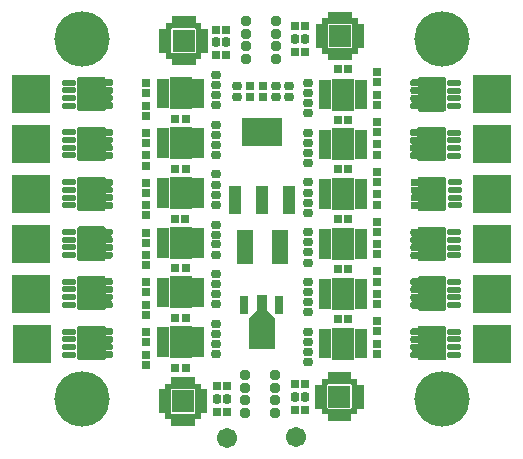
<source format=gbs>
G04*
G04 #@! TF.GenerationSoftware,Altium Limited,Altium Designer,24.6.1 (21)*
G04*
G04 Layer_Color=16711935*
%FSLAX44Y44*%
%MOMM*%
G71*
G04*
G04 #@! TF.SameCoordinates,C8D772FE-2820-431E-A14A-531BD9A9DE4E*
G04*
G04*
G04 #@! TF.FilePolarity,Negative*
G04*
G01*
G75*
G04:AMPARAMS|DCode=20|XSize=0.58mm|YSize=1.13mm|CornerRadius=0.164mm|HoleSize=0mm|Usage=FLASHONLY|Rotation=90.000|XOffset=0mm|YOffset=0mm|HoleType=Round|Shape=RoundedRectangle|*
%AMROUNDEDRECTD20*
21,1,0.5800,0.8020,0,0,90.0*
21,1,0.2520,1.1300,0,0,90.0*
1,1,0.3280,0.4010,0.1260*
1,1,0.3280,0.4010,-0.1260*
1,1,0.3280,-0.4010,-0.1260*
1,1,0.3280,-0.4010,0.1260*
%
%ADD20ROUNDEDRECTD20*%
%ADD24R,0.7400X0.7800*%
%ADD26R,3.1800X3.1800*%
%ADD27C,1.7040*%
%ADD28C,4.6800*%
%ADD29C,0.5800*%
%ADD66R,0.9800X0.4800*%
%ADD67R,1.9300X2.7300*%
%ADD68R,1.4200X2.9100*%
%ADD69R,1.1300X2.3300*%
%ADD70R,3.4300X2.3300*%
G04:AMPARAMS|DCode=71|XSize=0.78mm|YSize=0.72mm|CornerRadius=0.2331mm|HoleSize=0mm|Usage=FLASHONLY|Rotation=0.000|XOffset=0mm|YOffset=0mm|HoleType=Round|Shape=RoundedRectangle|*
%AMROUNDEDRECTD71*
21,1,0.7800,0.2538,0,0,0.0*
21,1,0.3138,0.7200,0,0,0.0*
1,1,0.4662,0.1569,-0.1269*
1,1,0.4662,-0.1569,-0.1269*
1,1,0.4662,-0.1569,0.1269*
1,1,0.4662,0.1569,0.1269*
%
%ADD71ROUNDEDRECTD71*%
%ADD72R,0.7800X0.7400*%
%ADD73R,0.7500X1.5800*%
%ADD74R,1.9800X1.9800*%
%ADD75R,0.4800X1.0800*%
%ADD76R,0.4800X0.4800*%
%ADD77R,1.0800X0.4800*%
G04:AMPARAMS|DCode=78|XSize=0.78mm|YSize=0.72mm|CornerRadius=0.2331mm|HoleSize=0mm|Usage=FLASHONLY|Rotation=270.000|XOffset=0mm|YOffset=0mm|HoleType=Round|Shape=RoundedRectangle|*
%AMROUNDEDRECTD78*
21,1,0.7800,0.2538,0,0,270.0*
21,1,0.3138,0.7200,0,0,270.0*
1,1,0.4662,-0.1269,-0.1569*
1,1,0.4662,-0.1269,0.1569*
1,1,0.4662,0.1269,0.1569*
1,1,0.4662,0.1269,-0.1569*
%
%ADD78ROUNDEDRECTD78*%
%ADD79C,0.9420*%
G36*
X76928Y114579D02*
X76918Y114669D01*
X76898Y114759D01*
X76878Y114849D01*
X76848Y114939D01*
X76818Y115029D01*
X76788Y115109D01*
X76748Y115189D01*
X76708Y115279D01*
X76658Y115349D01*
X76608Y115429D01*
X76548Y115499D01*
X76488Y115569D01*
X76428Y115639D01*
X76358Y115699D01*
X76288Y115759D01*
X76218Y115819D01*
X76138Y115869D01*
X76068Y115919D01*
X75978Y115959D01*
X75898Y115999D01*
X75818Y116029D01*
X75728Y116059D01*
X75638Y116089D01*
X75548Y116109D01*
X75458Y116129D01*
X75368Y116139D01*
X75278Y116149D01*
X75188D01*
X70938D01*
Y116289D01*
X70928Y116379D01*
X70918Y116469D01*
X70898Y116549D01*
X70878Y116639D01*
X70858Y116729D01*
X70828Y116809D01*
X70788Y116889D01*
X70748Y116969D01*
X70708Y117049D01*
X70668Y117129D01*
X70618Y117199D01*
X70558Y117269D01*
X70498Y117339D01*
X70438Y117399D01*
X70378Y117459D01*
X70308Y117519D01*
X70238Y117579D01*
X70168Y117629D01*
X70088Y117669D01*
X70008Y117709D01*
X69928Y117749D01*
X69848Y117789D01*
X69768Y117819D01*
X69678Y117839D01*
X69588Y117859D01*
X69508Y117879D01*
X69418Y117889D01*
X69328Y117899D01*
X69238D01*
X48638D01*
X48548D01*
X48458Y117889D01*
X48368Y117879D01*
X48288Y117859D01*
X48198Y117839D01*
X48108Y117819D01*
X48028Y117789D01*
X47948Y117749D01*
X47868Y117709D01*
X47788Y117669D01*
X47708Y117629D01*
X47638Y117579D01*
X47568Y117519D01*
X47498Y117459D01*
X47438Y117399D01*
X47378Y117339D01*
X47318Y117269D01*
X47258Y117199D01*
X47208Y117129D01*
X47168Y117049D01*
X47128Y116969D01*
X47088Y116889D01*
X47048Y116809D01*
X47018Y116729D01*
X46998Y116639D01*
X46978Y116549D01*
X46958Y116469D01*
X46948Y116379D01*
X46938Y116289D01*
Y90509D01*
X46948Y90419D01*
X46958Y90329D01*
X46978Y90249D01*
X46998Y90159D01*
X47018Y90069D01*
X47048Y89989D01*
X47088Y89909D01*
X47128Y89829D01*
X47168Y89749D01*
X47208Y89669D01*
X47258Y89599D01*
X47318Y89529D01*
X47378Y89459D01*
X47438Y89399D01*
X47498Y89339D01*
X47568Y89279D01*
X47638Y89219D01*
X47708Y89169D01*
X47788Y89129D01*
X47868Y89089D01*
X47948Y89049D01*
X48028Y89009D01*
X48108Y88979D01*
X48198Y88959D01*
X48288Y88939D01*
X48368Y88919D01*
X48458Y88909D01*
X48548Y88899D01*
X48638D01*
X69238D01*
X69328D01*
X69418Y88909D01*
X69508Y88919D01*
X69588Y88939D01*
X69678Y88959D01*
X69768Y88979D01*
X69848Y89009D01*
X69928Y89049D01*
X70008Y89089D01*
X70088Y89129D01*
X70168Y89169D01*
X70238Y89219D01*
X70308Y89279D01*
X70378Y89339D01*
X70438Y89399D01*
X70498Y89459D01*
X70558Y89529D01*
X70618Y89599D01*
X70668Y89669D01*
X70708Y89749D01*
X70748Y89829D01*
X70788Y89909D01*
X70828Y89989D01*
X70858Y90069D01*
X70878Y90159D01*
X70898Y90249D01*
X70918Y90329D01*
X70928Y90419D01*
X70938Y90509D01*
Y90649D01*
X75188D01*
X75278D01*
X75368Y90659D01*
X75458Y90669D01*
X75548Y90689D01*
X75638Y90709D01*
X75728Y90739D01*
X75818Y90769D01*
X75898Y90799D01*
X75978Y90839D01*
X76068Y90879D01*
X76138Y90929D01*
X76218Y90979D01*
X76288Y91039D01*
X76358Y91099D01*
X76428Y91159D01*
X76488Y91229D01*
X76548Y91299D01*
X76608Y91369D01*
X76658Y91449D01*
X76708Y91519D01*
X76748Y91609D01*
X76788Y91689D01*
X76818Y91769D01*
X76848Y91859D01*
X76878Y91949D01*
X76898Y92039D01*
X76918Y92129D01*
X76928Y92219D01*
X76938Y92309D01*
Y94989D01*
X76928Y95079D01*
X76918Y95169D01*
X76898Y95259D01*
X76878Y95349D01*
X76848Y95439D01*
X76818Y95529D01*
X76788Y95609D01*
X76748Y95689D01*
X76708Y95779D01*
X76658Y95849D01*
X76608Y95929D01*
X76548Y95999D01*
X76488Y96069D01*
X76428Y96139D01*
X76358Y96199D01*
X76288Y96259D01*
X76218Y96319D01*
X76138Y96369D01*
X76068Y96419D01*
X75978Y96459D01*
X75898Y96499D01*
X75818Y96529D01*
X75728Y96559D01*
X75638Y96589D01*
X75548Y96609D01*
X75458Y96629D01*
X75368Y96639D01*
X75278Y96649D01*
X75188D01*
X70938D01*
Y97149D01*
X75188D01*
X75278D01*
X75368Y97159D01*
X75458Y97169D01*
X75548Y97189D01*
X75638Y97209D01*
X75728Y97239D01*
X75818Y97269D01*
X75898Y97299D01*
X75978Y97339D01*
X76068Y97379D01*
X76138Y97429D01*
X76218Y97479D01*
X76288Y97539D01*
X76358Y97599D01*
X76428Y97659D01*
X76488Y97729D01*
X76548Y97799D01*
X76608Y97869D01*
X76658Y97949D01*
X76708Y98029D01*
X76748Y98109D01*
X76788Y98189D01*
X76818Y98269D01*
X76848Y98359D01*
X76878Y98449D01*
X76898Y98539D01*
X76918Y98629D01*
X76928Y98719D01*
X76938Y98809D01*
Y101489D01*
X76928Y101579D01*
X76918Y101669D01*
X76898Y101759D01*
X76878Y101849D01*
X76848Y101939D01*
X76818Y102029D01*
X76788Y102109D01*
X76748Y102189D01*
X76708Y102279D01*
X76658Y102349D01*
X76608Y102429D01*
X76548Y102499D01*
X76488Y102569D01*
X76428Y102639D01*
X76358Y102699D01*
X76288Y102759D01*
X76218Y102819D01*
X76138Y102869D01*
X76068Y102919D01*
X75978Y102959D01*
X75898Y102999D01*
X75818Y103029D01*
X75728Y103059D01*
X75638Y103089D01*
X75548Y103109D01*
X75458Y103129D01*
X75368Y103139D01*
X75278Y103149D01*
X75188D01*
X70938D01*
Y103649D01*
X75188D01*
X75278D01*
X75368Y103659D01*
X75458Y103669D01*
X75548Y103689D01*
X75638Y103709D01*
X75728Y103739D01*
X75818Y103769D01*
X75898Y103799D01*
X75978Y103839D01*
X76068Y103879D01*
X76138Y103929D01*
X76218Y103979D01*
X76288Y104039D01*
X76358Y104099D01*
X76428Y104159D01*
X76488Y104229D01*
X76548Y104299D01*
X76608Y104369D01*
X76658Y104449D01*
X76708Y104529D01*
X76748Y104609D01*
X76788Y104689D01*
X76818Y104769D01*
X76848Y104859D01*
X76878Y104949D01*
X76898Y105039D01*
X76918Y105129D01*
X76928Y105219D01*
X76938Y105309D01*
Y107989D01*
X76928Y108079D01*
X76918Y108169D01*
X76898Y108259D01*
X76878Y108349D01*
X76848Y108439D01*
X76818Y108529D01*
X76788Y108609D01*
X76748Y108689D01*
X76708Y108779D01*
X76658Y108849D01*
X76608Y108929D01*
X76548Y108999D01*
X76488Y109069D01*
X76428Y109139D01*
X76358Y109199D01*
X76288Y109259D01*
X76218Y109319D01*
X76138Y109369D01*
X76068Y109419D01*
X75978Y109459D01*
X75898Y109499D01*
X75818Y109529D01*
X75728Y109559D01*
X75638Y109589D01*
X75548Y109609D01*
X75458Y109629D01*
X75368Y109639D01*
X75278Y109649D01*
X75188D01*
X70938D01*
Y110149D01*
X75188D01*
X75278D01*
X75368Y110159D01*
X75458Y110169D01*
X75548Y110189D01*
X75638Y110209D01*
X75728Y110239D01*
X75818Y110269D01*
X75898Y110299D01*
X75978Y110339D01*
X76068Y110379D01*
X76138Y110429D01*
X76218Y110479D01*
X76288Y110539D01*
X76358Y110599D01*
X76428Y110659D01*
X76488Y110729D01*
X76548Y110799D01*
X76608Y110869D01*
X76658Y110949D01*
X76708Y111019D01*
X76748Y111109D01*
X76788Y111189D01*
X76818Y111269D01*
X76848Y111359D01*
X76878Y111449D01*
X76898Y111539D01*
X76918Y111629D01*
X76928Y111719D01*
X76938Y111809D01*
Y114489D01*
X76928Y114579D01*
D02*
G37*
G36*
Y156720D02*
X76918Y156810D01*
X76898Y156900D01*
X76878Y156990D01*
X76848Y157080D01*
X76818Y157170D01*
X76788Y157250D01*
X76748Y157330D01*
X76708Y157420D01*
X76658Y157490D01*
X76608Y157570D01*
X76548Y157640D01*
X76488Y157710D01*
X76428Y157780D01*
X76358Y157840D01*
X76288Y157900D01*
X76218Y157960D01*
X76138Y158010D01*
X76068Y158060D01*
X75978Y158100D01*
X75898Y158140D01*
X75818Y158170D01*
X75728Y158200D01*
X75638Y158230D01*
X75548Y158250D01*
X75458Y158270D01*
X75368Y158280D01*
X75278Y158290D01*
X75188D01*
X70938D01*
Y158430D01*
X70928Y158520D01*
X70918Y158610D01*
X70898Y158690D01*
X70878Y158780D01*
X70858Y158870D01*
X70828Y158950D01*
X70788Y159030D01*
X70748Y159110D01*
X70708Y159190D01*
X70668Y159270D01*
X70618Y159340D01*
X70558Y159410D01*
X70498Y159480D01*
X70438Y159540D01*
X70378Y159600D01*
X70308Y159660D01*
X70238Y159720D01*
X70168Y159770D01*
X70088Y159810D01*
X70008Y159850D01*
X69928Y159890D01*
X69848Y159930D01*
X69768Y159960D01*
X69678Y159980D01*
X69588Y160000D01*
X69508Y160020D01*
X69418Y160030D01*
X69328Y160040D01*
X69238D01*
X48638D01*
X48548D01*
X48458Y160030D01*
X48368Y160020D01*
X48288Y160000D01*
X48198Y159980D01*
X48108Y159960D01*
X48028Y159930D01*
X47948Y159890D01*
X47868Y159850D01*
X47788Y159810D01*
X47708Y159770D01*
X47638Y159720D01*
X47568Y159660D01*
X47498Y159600D01*
X47438Y159540D01*
X47378Y159480D01*
X47318Y159410D01*
X47258Y159340D01*
X47208Y159270D01*
X47168Y159190D01*
X47128Y159110D01*
X47088Y159030D01*
X47048Y158950D01*
X47018Y158870D01*
X46998Y158780D01*
X46978Y158690D01*
X46958Y158610D01*
X46948Y158520D01*
X46938Y158430D01*
Y132650D01*
X46948Y132560D01*
X46958Y132470D01*
X46978Y132390D01*
X46998Y132300D01*
X47018Y132210D01*
X47048Y132130D01*
X47088Y132050D01*
X47128Y131970D01*
X47168Y131890D01*
X47208Y131810D01*
X47258Y131740D01*
X47318Y131670D01*
X47378Y131600D01*
X47438Y131540D01*
X47498Y131480D01*
X47568Y131420D01*
X47638Y131360D01*
X47708Y131310D01*
X47788Y131270D01*
X47868Y131230D01*
X47948Y131190D01*
X48028Y131150D01*
X48108Y131120D01*
X48198Y131100D01*
X48288Y131080D01*
X48368Y131060D01*
X48458Y131050D01*
X48548Y131040D01*
X48638D01*
X69238D01*
X69328D01*
X69418Y131050D01*
X69508Y131060D01*
X69588Y131080D01*
X69678Y131100D01*
X69768Y131120D01*
X69848Y131150D01*
X69928Y131190D01*
X70008Y131230D01*
X70088Y131270D01*
X70168Y131310D01*
X70238Y131360D01*
X70308Y131420D01*
X70378Y131480D01*
X70438Y131540D01*
X70498Y131600D01*
X70558Y131670D01*
X70618Y131740D01*
X70668Y131810D01*
X70708Y131890D01*
X70748Y131970D01*
X70788Y132050D01*
X70828Y132130D01*
X70858Y132210D01*
X70878Y132300D01*
X70898Y132390D01*
X70918Y132470D01*
X70928Y132560D01*
X70938Y132650D01*
Y132790D01*
X75188D01*
X75278D01*
X75368Y132800D01*
X75458Y132810D01*
X75548Y132830D01*
X75638Y132850D01*
X75728Y132880D01*
X75818Y132910D01*
X75898Y132940D01*
X75978Y132980D01*
X76068Y133020D01*
X76138Y133070D01*
X76218Y133120D01*
X76288Y133180D01*
X76358Y133240D01*
X76428Y133300D01*
X76488Y133370D01*
X76548Y133440D01*
X76608Y133510D01*
X76658Y133590D01*
X76708Y133660D01*
X76748Y133750D01*
X76788Y133830D01*
X76818Y133910D01*
X76848Y134000D01*
X76878Y134090D01*
X76898Y134180D01*
X76918Y134270D01*
X76928Y134360D01*
X76938Y134450D01*
Y137130D01*
X76928Y137220D01*
X76918Y137310D01*
X76898Y137400D01*
X76878Y137490D01*
X76848Y137580D01*
X76818Y137670D01*
X76788Y137750D01*
X76748Y137830D01*
X76708Y137920D01*
X76658Y137990D01*
X76608Y138070D01*
X76548Y138140D01*
X76488Y138210D01*
X76428Y138280D01*
X76358Y138340D01*
X76288Y138400D01*
X76218Y138460D01*
X76138Y138510D01*
X76068Y138560D01*
X75978Y138600D01*
X75898Y138640D01*
X75818Y138670D01*
X75728Y138700D01*
X75638Y138730D01*
X75548Y138750D01*
X75458Y138770D01*
X75368Y138780D01*
X75278Y138790D01*
X75188D01*
X70938D01*
Y139290D01*
X75188D01*
X75278D01*
X75368Y139300D01*
X75458Y139310D01*
X75548Y139330D01*
X75638Y139350D01*
X75728Y139380D01*
X75818Y139410D01*
X75898Y139440D01*
X75978Y139480D01*
X76068Y139520D01*
X76138Y139570D01*
X76218Y139620D01*
X76288Y139680D01*
X76358Y139740D01*
X76428Y139800D01*
X76488Y139870D01*
X76548Y139940D01*
X76608Y140010D01*
X76658Y140090D01*
X76708Y140170D01*
X76748Y140250D01*
X76788Y140330D01*
X76818Y140410D01*
X76848Y140500D01*
X76878Y140590D01*
X76898Y140680D01*
X76918Y140770D01*
X76928Y140860D01*
X76938Y140950D01*
Y143630D01*
X76928Y143720D01*
X76918Y143810D01*
X76898Y143900D01*
X76878Y143990D01*
X76848Y144080D01*
X76818Y144170D01*
X76788Y144250D01*
X76748Y144330D01*
X76708Y144420D01*
X76658Y144490D01*
X76608Y144570D01*
X76548Y144640D01*
X76488Y144710D01*
X76428Y144780D01*
X76358Y144840D01*
X76288Y144900D01*
X76218Y144960D01*
X76138Y145010D01*
X76068Y145060D01*
X75978Y145100D01*
X75898Y145140D01*
X75818Y145170D01*
X75728Y145200D01*
X75638Y145230D01*
X75548Y145250D01*
X75458Y145270D01*
X75368Y145280D01*
X75278Y145290D01*
X75188D01*
X70938D01*
Y145790D01*
X75188D01*
X75278D01*
X75368Y145800D01*
X75458Y145810D01*
X75548Y145830D01*
X75638Y145850D01*
X75728Y145880D01*
X75818Y145910D01*
X75898Y145940D01*
X75978Y145980D01*
X76068Y146020D01*
X76138Y146070D01*
X76218Y146120D01*
X76288Y146180D01*
X76358Y146240D01*
X76428Y146300D01*
X76488Y146370D01*
X76548Y146440D01*
X76608Y146510D01*
X76658Y146590D01*
X76708Y146670D01*
X76748Y146750D01*
X76788Y146830D01*
X76818Y146910D01*
X76848Y147000D01*
X76878Y147090D01*
X76898Y147180D01*
X76918Y147270D01*
X76928Y147360D01*
X76938Y147450D01*
Y150130D01*
X76928Y150220D01*
X76918Y150310D01*
X76898Y150400D01*
X76878Y150490D01*
X76848Y150580D01*
X76818Y150670D01*
X76788Y150750D01*
X76748Y150830D01*
X76708Y150920D01*
X76658Y150990D01*
X76608Y151070D01*
X76548Y151140D01*
X76488Y151210D01*
X76428Y151280D01*
X76358Y151340D01*
X76288Y151400D01*
X76218Y151460D01*
X76138Y151510D01*
X76068Y151560D01*
X75978Y151600D01*
X75898Y151640D01*
X75818Y151670D01*
X75728Y151700D01*
X75638Y151730D01*
X75548Y151750D01*
X75458Y151770D01*
X75368Y151780D01*
X75278Y151790D01*
X75188D01*
X70938D01*
Y152290D01*
X75188D01*
X75278D01*
X75368Y152300D01*
X75458Y152310D01*
X75548Y152330D01*
X75638Y152350D01*
X75728Y152380D01*
X75818Y152410D01*
X75898Y152440D01*
X75978Y152480D01*
X76068Y152520D01*
X76138Y152570D01*
X76218Y152620D01*
X76288Y152680D01*
X76358Y152740D01*
X76428Y152800D01*
X76488Y152870D01*
X76548Y152940D01*
X76608Y153010D01*
X76658Y153090D01*
X76708Y153160D01*
X76748Y153250D01*
X76788Y153330D01*
X76818Y153410D01*
X76848Y153500D01*
X76878Y153590D01*
X76898Y153680D01*
X76918Y153770D01*
X76928Y153860D01*
X76938Y153950D01*
Y156630D01*
X76928Y156720D01*
D02*
G37*
G36*
Y198773D02*
X76918Y198863D01*
X76898Y198953D01*
X76878Y199043D01*
X76848Y199133D01*
X76818Y199223D01*
X76788Y199303D01*
X76748Y199383D01*
X76708Y199473D01*
X76658Y199543D01*
X76608Y199623D01*
X76548Y199693D01*
X76488Y199763D01*
X76428Y199833D01*
X76358Y199893D01*
X76288Y199953D01*
X76218Y200013D01*
X76138Y200063D01*
X76068Y200113D01*
X75978Y200153D01*
X75898Y200193D01*
X75818Y200223D01*
X75728Y200253D01*
X75638Y200283D01*
X75548Y200303D01*
X75458Y200323D01*
X75368Y200333D01*
X75278Y200343D01*
X75188D01*
X70938D01*
Y200483D01*
X70928Y200573D01*
X70918Y200663D01*
X70898Y200743D01*
X70878Y200833D01*
X70858Y200923D01*
X70828Y201003D01*
X70788Y201083D01*
X70748Y201163D01*
X70708Y201243D01*
X70668Y201323D01*
X70618Y201393D01*
X70558Y201463D01*
X70498Y201533D01*
X70438Y201593D01*
X70378Y201653D01*
X70308Y201713D01*
X70238Y201773D01*
X70168Y201823D01*
X70088Y201863D01*
X70008Y201903D01*
X69928Y201943D01*
X69848Y201983D01*
X69768Y202013D01*
X69678Y202033D01*
X69588Y202053D01*
X69508Y202073D01*
X69418Y202083D01*
X69328Y202093D01*
X69238D01*
X48638D01*
X48548D01*
X48458Y202083D01*
X48368Y202073D01*
X48288Y202053D01*
X48198Y202033D01*
X48108Y202013D01*
X48028Y201983D01*
X47948Y201943D01*
X47868Y201903D01*
X47788Y201863D01*
X47708Y201823D01*
X47638Y201773D01*
X47568Y201713D01*
X47498Y201653D01*
X47438Y201593D01*
X47378Y201533D01*
X47318Y201463D01*
X47258Y201393D01*
X47208Y201323D01*
X47168Y201243D01*
X47128Y201163D01*
X47088Y201083D01*
X47048Y201003D01*
X47018Y200923D01*
X46998Y200833D01*
X46978Y200743D01*
X46958Y200663D01*
X46948Y200573D01*
X46938Y200483D01*
Y174703D01*
X46948Y174613D01*
X46958Y174523D01*
X46978Y174443D01*
X46998Y174353D01*
X47018Y174263D01*
X47048Y174183D01*
X47088Y174103D01*
X47128Y174023D01*
X47168Y173943D01*
X47208Y173863D01*
X47258Y173793D01*
X47318Y173723D01*
X47378Y173653D01*
X47438Y173593D01*
X47498Y173533D01*
X47568Y173473D01*
X47638Y173413D01*
X47708Y173363D01*
X47788Y173323D01*
X47868Y173283D01*
X47948Y173243D01*
X48028Y173203D01*
X48108Y173173D01*
X48198Y173153D01*
X48288Y173133D01*
X48368Y173113D01*
X48458Y173103D01*
X48548Y173093D01*
X48638D01*
X69238D01*
X69328D01*
X69418Y173103D01*
X69508Y173113D01*
X69588Y173133D01*
X69678Y173153D01*
X69768Y173173D01*
X69848Y173203D01*
X69928Y173243D01*
X70008Y173283D01*
X70088Y173323D01*
X70168Y173363D01*
X70238Y173413D01*
X70308Y173473D01*
X70378Y173533D01*
X70438Y173593D01*
X70498Y173653D01*
X70558Y173723D01*
X70618Y173793D01*
X70668Y173863D01*
X70708Y173943D01*
X70748Y174023D01*
X70788Y174103D01*
X70828Y174183D01*
X70858Y174263D01*
X70878Y174353D01*
X70898Y174443D01*
X70918Y174523D01*
X70928Y174613D01*
X70938Y174703D01*
Y174843D01*
X75188D01*
X75278D01*
X75368Y174853D01*
X75458Y174863D01*
X75548Y174883D01*
X75638Y174903D01*
X75728Y174933D01*
X75818Y174963D01*
X75898Y174993D01*
X75978Y175033D01*
X76068Y175073D01*
X76138Y175123D01*
X76218Y175173D01*
X76288Y175233D01*
X76358Y175293D01*
X76428Y175353D01*
X76488Y175423D01*
X76548Y175493D01*
X76608Y175563D01*
X76658Y175643D01*
X76708Y175713D01*
X76748Y175803D01*
X76788Y175883D01*
X76818Y175963D01*
X76848Y176053D01*
X76878Y176143D01*
X76898Y176233D01*
X76918Y176323D01*
X76928Y176413D01*
X76938Y176503D01*
Y179183D01*
X76928Y179273D01*
X76918Y179363D01*
X76898Y179453D01*
X76878Y179543D01*
X76848Y179633D01*
X76818Y179723D01*
X76788Y179803D01*
X76748Y179883D01*
X76708Y179973D01*
X76658Y180043D01*
X76608Y180123D01*
X76548Y180193D01*
X76488Y180263D01*
X76428Y180333D01*
X76358Y180393D01*
X76288Y180453D01*
X76218Y180513D01*
X76138Y180563D01*
X76068Y180613D01*
X75978Y180653D01*
X75898Y180693D01*
X75818Y180723D01*
X75728Y180753D01*
X75638Y180783D01*
X75548Y180803D01*
X75458Y180823D01*
X75368Y180833D01*
X75278Y180843D01*
X75188D01*
X70938D01*
Y181343D01*
X75188D01*
X75278D01*
X75368Y181353D01*
X75458Y181363D01*
X75548Y181383D01*
X75638Y181403D01*
X75728Y181433D01*
X75818Y181463D01*
X75898Y181493D01*
X75978Y181533D01*
X76068Y181573D01*
X76138Y181623D01*
X76218Y181673D01*
X76288Y181733D01*
X76358Y181793D01*
X76428Y181853D01*
X76488Y181923D01*
X76548Y181993D01*
X76608Y182063D01*
X76658Y182143D01*
X76708Y182223D01*
X76748Y182303D01*
X76788Y182383D01*
X76818Y182463D01*
X76848Y182553D01*
X76878Y182643D01*
X76898Y182733D01*
X76918Y182823D01*
X76928Y182913D01*
X76938Y183003D01*
Y185683D01*
X76928Y185773D01*
X76918Y185863D01*
X76898Y185953D01*
X76878Y186043D01*
X76848Y186133D01*
X76818Y186223D01*
X76788Y186303D01*
X76748Y186383D01*
X76708Y186473D01*
X76658Y186543D01*
X76608Y186623D01*
X76548Y186693D01*
X76488Y186763D01*
X76428Y186833D01*
X76358Y186893D01*
X76288Y186953D01*
X76218Y187013D01*
X76138Y187063D01*
X76068Y187113D01*
X75978Y187153D01*
X75898Y187193D01*
X75818Y187223D01*
X75728Y187253D01*
X75638Y187283D01*
X75548Y187303D01*
X75458Y187323D01*
X75368Y187333D01*
X75278Y187343D01*
X75188D01*
X70938D01*
Y187843D01*
X75188D01*
X75278D01*
X75368Y187853D01*
X75458Y187863D01*
X75548Y187883D01*
X75638Y187903D01*
X75728Y187933D01*
X75818Y187963D01*
X75898Y187993D01*
X75978Y188033D01*
X76068Y188073D01*
X76138Y188123D01*
X76218Y188173D01*
X76288Y188233D01*
X76358Y188293D01*
X76428Y188353D01*
X76488Y188423D01*
X76548Y188493D01*
X76608Y188563D01*
X76658Y188643D01*
X76708Y188723D01*
X76748Y188803D01*
X76788Y188883D01*
X76818Y188963D01*
X76848Y189053D01*
X76878Y189143D01*
X76898Y189233D01*
X76918Y189323D01*
X76928Y189413D01*
X76938Y189503D01*
Y192183D01*
X76928Y192273D01*
X76918Y192363D01*
X76898Y192453D01*
X76878Y192543D01*
X76848Y192633D01*
X76818Y192723D01*
X76788Y192803D01*
X76748Y192883D01*
X76708Y192973D01*
X76658Y193043D01*
X76608Y193123D01*
X76548Y193193D01*
X76488Y193263D01*
X76428Y193333D01*
X76358Y193393D01*
X76288Y193453D01*
X76218Y193513D01*
X76138Y193563D01*
X76068Y193613D01*
X75978Y193653D01*
X75898Y193693D01*
X75818Y193723D01*
X75728Y193753D01*
X75638Y193783D01*
X75548Y193803D01*
X75458Y193823D01*
X75368Y193833D01*
X75278Y193843D01*
X75188D01*
X70938D01*
Y194343D01*
X75188D01*
X75278D01*
X75368Y194353D01*
X75458Y194363D01*
X75548Y194383D01*
X75638Y194403D01*
X75728Y194433D01*
X75818Y194463D01*
X75898Y194493D01*
X75978Y194533D01*
X76068Y194573D01*
X76138Y194623D01*
X76218Y194673D01*
X76288Y194733D01*
X76358Y194793D01*
X76428Y194853D01*
X76488Y194923D01*
X76548Y194993D01*
X76608Y195063D01*
X76658Y195143D01*
X76708Y195213D01*
X76748Y195303D01*
X76788Y195383D01*
X76818Y195463D01*
X76848Y195553D01*
X76878Y195643D01*
X76898Y195733D01*
X76918Y195823D01*
X76928Y195913D01*
X76938Y196003D01*
Y198683D01*
X76928Y198773D01*
D02*
G37*
G36*
Y241001D02*
X76918Y241091D01*
X76898Y241181D01*
X76878Y241271D01*
X76848Y241361D01*
X76818Y241451D01*
X76788Y241531D01*
X76748Y241611D01*
X76708Y241701D01*
X76658Y241771D01*
X76608Y241851D01*
X76548Y241921D01*
X76488Y241991D01*
X76428Y242061D01*
X76358Y242121D01*
X76288Y242181D01*
X76218Y242241D01*
X76138Y242291D01*
X76068Y242341D01*
X75978Y242381D01*
X75898Y242421D01*
X75818Y242451D01*
X75728Y242481D01*
X75638Y242511D01*
X75548Y242531D01*
X75458Y242551D01*
X75368Y242561D01*
X75278Y242571D01*
X75188D01*
X70938D01*
Y242711D01*
X70928Y242801D01*
X70918Y242891D01*
X70898Y242971D01*
X70878Y243061D01*
X70858Y243151D01*
X70828Y243231D01*
X70788Y243311D01*
X70748Y243391D01*
X70708Y243471D01*
X70668Y243551D01*
X70618Y243621D01*
X70558Y243691D01*
X70498Y243761D01*
X70438Y243821D01*
X70378Y243881D01*
X70308Y243941D01*
X70238Y244001D01*
X70168Y244051D01*
X70088Y244091D01*
X70008Y244131D01*
X69928Y244171D01*
X69848Y244211D01*
X69768Y244241D01*
X69678Y244261D01*
X69588Y244281D01*
X69508Y244301D01*
X69418Y244311D01*
X69328Y244321D01*
X69238D01*
X48638D01*
X48548D01*
X48458Y244311D01*
X48368Y244301D01*
X48288Y244281D01*
X48198Y244261D01*
X48108Y244241D01*
X48028Y244211D01*
X47948Y244171D01*
X47868Y244131D01*
X47788Y244091D01*
X47708Y244051D01*
X47638Y244001D01*
X47568Y243941D01*
X47498Y243881D01*
X47438Y243821D01*
X47378Y243761D01*
X47318Y243691D01*
X47258Y243621D01*
X47208Y243551D01*
X47168Y243471D01*
X47128Y243391D01*
X47088Y243311D01*
X47048Y243231D01*
X47018Y243151D01*
X46998Y243061D01*
X46978Y242971D01*
X46958Y242891D01*
X46948Y242801D01*
X46938Y242711D01*
Y216931D01*
X46948Y216841D01*
X46958Y216751D01*
X46978Y216671D01*
X46998Y216581D01*
X47018Y216491D01*
X47048Y216411D01*
X47088Y216331D01*
X47128Y216251D01*
X47168Y216171D01*
X47208Y216091D01*
X47258Y216021D01*
X47318Y215951D01*
X47378Y215881D01*
X47438Y215821D01*
X47498Y215761D01*
X47568Y215701D01*
X47638Y215641D01*
X47708Y215591D01*
X47788Y215551D01*
X47868Y215511D01*
X47948Y215471D01*
X48028Y215431D01*
X48108Y215401D01*
X48198Y215381D01*
X48288Y215361D01*
X48368Y215341D01*
X48458Y215331D01*
X48548Y215321D01*
X48638D01*
X69238D01*
X69328D01*
X69418Y215331D01*
X69508Y215341D01*
X69588Y215361D01*
X69678Y215381D01*
X69768Y215401D01*
X69848Y215431D01*
X69928Y215471D01*
X70008Y215511D01*
X70088Y215551D01*
X70168Y215591D01*
X70238Y215641D01*
X70308Y215701D01*
X70378Y215761D01*
X70438Y215821D01*
X70498Y215881D01*
X70558Y215951D01*
X70618Y216021D01*
X70668Y216091D01*
X70708Y216171D01*
X70748Y216251D01*
X70788Y216331D01*
X70828Y216411D01*
X70858Y216491D01*
X70878Y216581D01*
X70898Y216671D01*
X70918Y216751D01*
X70928Y216841D01*
X70938Y216931D01*
Y217071D01*
X75188D01*
X75278D01*
X75368Y217081D01*
X75458Y217091D01*
X75548Y217111D01*
X75638Y217131D01*
X75728Y217161D01*
X75818Y217191D01*
X75898Y217221D01*
X75978Y217261D01*
X76068Y217301D01*
X76138Y217351D01*
X76218Y217401D01*
X76288Y217461D01*
X76358Y217521D01*
X76428Y217581D01*
X76488Y217651D01*
X76548Y217721D01*
X76608Y217791D01*
X76658Y217871D01*
X76708Y217941D01*
X76748Y218031D01*
X76788Y218111D01*
X76818Y218191D01*
X76848Y218281D01*
X76878Y218371D01*
X76898Y218461D01*
X76918Y218551D01*
X76928Y218641D01*
X76938Y218731D01*
Y221411D01*
X76928Y221501D01*
X76918Y221591D01*
X76898Y221681D01*
X76878Y221771D01*
X76848Y221861D01*
X76818Y221951D01*
X76788Y222031D01*
X76748Y222111D01*
X76708Y222201D01*
X76658Y222271D01*
X76608Y222351D01*
X76548Y222421D01*
X76488Y222491D01*
X76428Y222561D01*
X76358Y222621D01*
X76288Y222681D01*
X76218Y222741D01*
X76138Y222791D01*
X76068Y222841D01*
X75978Y222881D01*
X75898Y222921D01*
X75818Y222951D01*
X75728Y222981D01*
X75638Y223011D01*
X75548Y223031D01*
X75458Y223051D01*
X75368Y223061D01*
X75278Y223071D01*
X75188D01*
X70938D01*
Y223571D01*
X75188D01*
X75278D01*
X75368Y223581D01*
X75458Y223591D01*
X75548Y223611D01*
X75638Y223631D01*
X75728Y223661D01*
X75818Y223691D01*
X75898Y223721D01*
X75978Y223761D01*
X76068Y223801D01*
X76138Y223851D01*
X76218Y223901D01*
X76288Y223961D01*
X76358Y224021D01*
X76428Y224081D01*
X76488Y224151D01*
X76548Y224221D01*
X76608Y224291D01*
X76658Y224371D01*
X76708Y224451D01*
X76748Y224531D01*
X76788Y224611D01*
X76818Y224691D01*
X76848Y224781D01*
X76878Y224871D01*
X76898Y224961D01*
X76918Y225051D01*
X76928Y225141D01*
X76938Y225231D01*
Y227911D01*
X76928Y228001D01*
X76918Y228091D01*
X76898Y228181D01*
X76878Y228271D01*
X76848Y228361D01*
X76818Y228451D01*
X76788Y228531D01*
X76748Y228611D01*
X76708Y228701D01*
X76658Y228771D01*
X76608Y228851D01*
X76548Y228921D01*
X76488Y228991D01*
X76428Y229061D01*
X76358Y229121D01*
X76288Y229181D01*
X76218Y229241D01*
X76138Y229291D01*
X76068Y229341D01*
X75978Y229381D01*
X75898Y229421D01*
X75818Y229451D01*
X75728Y229481D01*
X75638Y229511D01*
X75548Y229531D01*
X75458Y229551D01*
X75368Y229561D01*
X75278Y229571D01*
X75188D01*
X70938D01*
Y230071D01*
X75188D01*
X75278D01*
X75368Y230081D01*
X75458Y230091D01*
X75548Y230111D01*
X75638Y230131D01*
X75728Y230161D01*
X75818Y230191D01*
X75898Y230221D01*
X75978Y230261D01*
X76068Y230301D01*
X76138Y230351D01*
X76218Y230401D01*
X76288Y230461D01*
X76358Y230521D01*
X76428Y230581D01*
X76488Y230651D01*
X76548Y230721D01*
X76608Y230791D01*
X76658Y230871D01*
X76708Y230951D01*
X76748Y231031D01*
X76788Y231111D01*
X76818Y231191D01*
X76848Y231281D01*
X76878Y231371D01*
X76898Y231461D01*
X76918Y231551D01*
X76928Y231641D01*
X76938Y231731D01*
Y234411D01*
X76928Y234501D01*
X76918Y234591D01*
X76898Y234681D01*
X76878Y234771D01*
X76848Y234861D01*
X76818Y234951D01*
X76788Y235031D01*
X76748Y235111D01*
X76708Y235201D01*
X76658Y235271D01*
X76608Y235351D01*
X76548Y235421D01*
X76488Y235491D01*
X76428Y235561D01*
X76358Y235621D01*
X76288Y235681D01*
X76218Y235741D01*
X76138Y235791D01*
X76068Y235841D01*
X75978Y235881D01*
X75898Y235921D01*
X75818Y235951D01*
X75728Y235981D01*
X75638Y236011D01*
X75548Y236031D01*
X75458Y236051D01*
X75368Y236061D01*
X75278Y236071D01*
X75188D01*
X70938D01*
Y236571D01*
X75188D01*
X75278D01*
X75368Y236581D01*
X75458Y236591D01*
X75548Y236611D01*
X75638Y236631D01*
X75728Y236661D01*
X75818Y236691D01*
X75898Y236721D01*
X75978Y236761D01*
X76068Y236801D01*
X76138Y236851D01*
X76218Y236901D01*
X76288Y236961D01*
X76358Y237021D01*
X76428Y237081D01*
X76488Y237151D01*
X76548Y237221D01*
X76608Y237291D01*
X76658Y237371D01*
X76708Y237441D01*
X76748Y237531D01*
X76788Y237611D01*
X76818Y237691D01*
X76848Y237781D01*
X76878Y237871D01*
X76898Y237961D01*
X76918Y238051D01*
X76928Y238141D01*
X76938Y238231D01*
Y240911D01*
X76928Y241001D01*
D02*
G37*
G36*
Y283142D02*
X76918Y283232D01*
X76898Y283322D01*
X76878Y283412D01*
X76848Y283502D01*
X76818Y283592D01*
X76788Y283672D01*
X76748Y283752D01*
X76708Y283842D01*
X76658Y283912D01*
X76608Y283992D01*
X76548Y284062D01*
X76488Y284132D01*
X76428Y284202D01*
X76358Y284262D01*
X76288Y284322D01*
X76218Y284382D01*
X76138Y284432D01*
X76068Y284482D01*
X75978Y284522D01*
X75898Y284562D01*
X75818Y284592D01*
X75728Y284622D01*
X75638Y284652D01*
X75548Y284672D01*
X75458Y284692D01*
X75368Y284702D01*
X75278Y284712D01*
X75188D01*
X70938D01*
Y284852D01*
X70928Y284942D01*
X70918Y285032D01*
X70898Y285112D01*
X70878Y285202D01*
X70858Y285292D01*
X70828Y285372D01*
X70788Y285452D01*
X70748Y285532D01*
X70708Y285612D01*
X70668Y285692D01*
X70618Y285762D01*
X70558Y285832D01*
X70498Y285902D01*
X70438Y285962D01*
X70378Y286022D01*
X70308Y286082D01*
X70238Y286142D01*
X70168Y286192D01*
X70088Y286232D01*
X70008Y286272D01*
X69928Y286312D01*
X69848Y286352D01*
X69768Y286382D01*
X69678Y286402D01*
X69588Y286422D01*
X69508Y286442D01*
X69418Y286452D01*
X69328Y286462D01*
X69238D01*
X48638D01*
X48548D01*
X48458Y286452D01*
X48368Y286442D01*
X48288Y286422D01*
X48198Y286402D01*
X48108Y286382D01*
X48028Y286352D01*
X47948Y286312D01*
X47868Y286272D01*
X47788Y286232D01*
X47708Y286192D01*
X47638Y286142D01*
X47568Y286082D01*
X47498Y286022D01*
X47438Y285962D01*
X47378Y285902D01*
X47318Y285832D01*
X47258Y285762D01*
X47208Y285692D01*
X47168Y285612D01*
X47128Y285532D01*
X47088Y285452D01*
X47048Y285372D01*
X47018Y285292D01*
X46998Y285202D01*
X46978Y285112D01*
X46958Y285032D01*
X46948Y284942D01*
X46938Y284852D01*
Y259072D01*
X46948Y258982D01*
X46958Y258892D01*
X46978Y258812D01*
X46998Y258722D01*
X47018Y258632D01*
X47048Y258552D01*
X47088Y258472D01*
X47128Y258392D01*
X47168Y258312D01*
X47208Y258232D01*
X47258Y258162D01*
X47318Y258092D01*
X47378Y258022D01*
X47438Y257962D01*
X47498Y257902D01*
X47568Y257842D01*
X47638Y257782D01*
X47708Y257732D01*
X47788Y257692D01*
X47868Y257652D01*
X47948Y257612D01*
X48028Y257572D01*
X48108Y257542D01*
X48198Y257522D01*
X48288Y257502D01*
X48368Y257482D01*
X48458Y257472D01*
X48548Y257462D01*
X48638D01*
X69238D01*
X69328D01*
X69418Y257472D01*
X69508Y257482D01*
X69588Y257502D01*
X69678Y257522D01*
X69768Y257542D01*
X69848Y257572D01*
X69928Y257612D01*
X70008Y257652D01*
X70088Y257692D01*
X70168Y257732D01*
X70238Y257782D01*
X70308Y257842D01*
X70378Y257902D01*
X70438Y257962D01*
X70498Y258022D01*
X70558Y258092D01*
X70618Y258162D01*
X70668Y258232D01*
X70708Y258312D01*
X70748Y258392D01*
X70788Y258472D01*
X70828Y258552D01*
X70858Y258632D01*
X70878Y258722D01*
X70898Y258812D01*
X70918Y258892D01*
X70928Y258982D01*
X70938Y259072D01*
Y259212D01*
X75188D01*
X75278D01*
X75368Y259222D01*
X75458Y259232D01*
X75548Y259252D01*
X75638Y259272D01*
X75728Y259302D01*
X75818Y259332D01*
X75898Y259362D01*
X75978Y259402D01*
X76068Y259442D01*
X76138Y259492D01*
X76218Y259542D01*
X76288Y259602D01*
X76358Y259662D01*
X76428Y259722D01*
X76488Y259792D01*
X76548Y259862D01*
X76608Y259932D01*
X76658Y260012D01*
X76708Y260082D01*
X76748Y260172D01*
X76788Y260252D01*
X76818Y260332D01*
X76848Y260422D01*
X76878Y260512D01*
X76898Y260602D01*
X76918Y260692D01*
X76928Y260782D01*
X76938Y260872D01*
Y263552D01*
X76928Y263642D01*
X76918Y263732D01*
X76898Y263822D01*
X76878Y263912D01*
X76848Y264002D01*
X76818Y264092D01*
X76788Y264172D01*
X76748Y264252D01*
X76708Y264342D01*
X76658Y264412D01*
X76608Y264492D01*
X76548Y264562D01*
X76488Y264632D01*
X76428Y264702D01*
X76358Y264762D01*
X76288Y264822D01*
X76218Y264882D01*
X76138Y264932D01*
X76068Y264982D01*
X75978Y265022D01*
X75898Y265062D01*
X75818Y265092D01*
X75728Y265122D01*
X75638Y265152D01*
X75548Y265172D01*
X75458Y265192D01*
X75368Y265202D01*
X75278Y265212D01*
X75188D01*
X70938D01*
Y265712D01*
X75188D01*
X75278D01*
X75368Y265722D01*
X75458Y265732D01*
X75548Y265752D01*
X75638Y265772D01*
X75728Y265802D01*
X75818Y265832D01*
X75898Y265862D01*
X75978Y265902D01*
X76068Y265942D01*
X76138Y265992D01*
X76218Y266042D01*
X76288Y266102D01*
X76358Y266162D01*
X76428Y266222D01*
X76488Y266292D01*
X76548Y266362D01*
X76608Y266432D01*
X76658Y266512D01*
X76708Y266592D01*
X76748Y266672D01*
X76788Y266752D01*
X76818Y266832D01*
X76848Y266922D01*
X76878Y267012D01*
X76898Y267102D01*
X76918Y267192D01*
X76928Y267282D01*
X76938Y267372D01*
Y270052D01*
X76928Y270142D01*
X76918Y270232D01*
X76898Y270322D01*
X76878Y270412D01*
X76848Y270502D01*
X76818Y270592D01*
X76788Y270672D01*
X76748Y270752D01*
X76708Y270842D01*
X76658Y270912D01*
X76608Y270992D01*
X76548Y271062D01*
X76488Y271132D01*
X76428Y271202D01*
X76358Y271262D01*
X76288Y271322D01*
X76218Y271382D01*
X76138Y271432D01*
X76068Y271482D01*
X75978Y271522D01*
X75898Y271562D01*
X75818Y271592D01*
X75728Y271622D01*
X75638Y271652D01*
X75548Y271672D01*
X75458Y271692D01*
X75368Y271702D01*
X75278Y271712D01*
X75188D01*
X70938D01*
Y272212D01*
X75188D01*
X75278D01*
X75368Y272222D01*
X75458Y272232D01*
X75548Y272252D01*
X75638Y272272D01*
X75728Y272302D01*
X75818Y272332D01*
X75898Y272362D01*
X75978Y272402D01*
X76068Y272442D01*
X76138Y272492D01*
X76218Y272542D01*
X76288Y272602D01*
X76358Y272662D01*
X76428Y272722D01*
X76488Y272792D01*
X76548Y272862D01*
X76608Y272932D01*
X76658Y273012D01*
X76708Y273092D01*
X76748Y273172D01*
X76788Y273252D01*
X76818Y273332D01*
X76848Y273422D01*
X76878Y273512D01*
X76898Y273602D01*
X76918Y273692D01*
X76928Y273782D01*
X76938Y273872D01*
Y276552D01*
X76928Y276642D01*
X76918Y276732D01*
X76898Y276822D01*
X76878Y276912D01*
X76848Y277002D01*
X76818Y277092D01*
X76788Y277172D01*
X76748Y277252D01*
X76708Y277342D01*
X76658Y277412D01*
X76608Y277492D01*
X76548Y277562D01*
X76488Y277632D01*
X76428Y277702D01*
X76358Y277762D01*
X76288Y277822D01*
X76218Y277882D01*
X76138Y277932D01*
X76068Y277982D01*
X75978Y278022D01*
X75898Y278062D01*
X75818Y278092D01*
X75728Y278122D01*
X75638Y278152D01*
X75548Y278172D01*
X75458Y278192D01*
X75368Y278202D01*
X75278Y278212D01*
X75188D01*
X70938D01*
Y278712D01*
X75188D01*
X75278D01*
X75368Y278722D01*
X75458Y278732D01*
X75548Y278752D01*
X75638Y278772D01*
X75728Y278802D01*
X75818Y278832D01*
X75898Y278862D01*
X75978Y278902D01*
X76068Y278942D01*
X76138Y278992D01*
X76218Y279042D01*
X76288Y279102D01*
X76358Y279162D01*
X76428Y279222D01*
X76488Y279292D01*
X76548Y279362D01*
X76608Y279432D01*
X76658Y279512D01*
X76708Y279582D01*
X76748Y279672D01*
X76788Y279752D01*
X76818Y279832D01*
X76848Y279922D01*
X76878Y280012D01*
X76898Y280102D01*
X76918Y280192D01*
X76928Y280282D01*
X76938Y280372D01*
Y283052D01*
X76928Y283142D01*
D02*
G37*
G36*
Y325283D02*
X76918Y325373D01*
X76898Y325463D01*
X76878Y325553D01*
X76848Y325643D01*
X76818Y325733D01*
X76788Y325813D01*
X76748Y325893D01*
X76708Y325983D01*
X76658Y326053D01*
X76608Y326133D01*
X76548Y326203D01*
X76488Y326273D01*
X76428Y326343D01*
X76358Y326403D01*
X76288Y326463D01*
X76218Y326523D01*
X76138Y326573D01*
X76068Y326623D01*
X75978Y326663D01*
X75898Y326703D01*
X75818Y326733D01*
X75728Y326763D01*
X75638Y326793D01*
X75548Y326813D01*
X75458Y326833D01*
X75368Y326843D01*
X75278Y326853D01*
X75188D01*
X70938D01*
Y326993D01*
X70928Y327083D01*
X70918Y327173D01*
X70898Y327253D01*
X70878Y327343D01*
X70858Y327433D01*
X70828Y327513D01*
X70788Y327593D01*
X70748Y327673D01*
X70708Y327753D01*
X70668Y327833D01*
X70618Y327903D01*
X70558Y327973D01*
X70498Y328043D01*
X70438Y328103D01*
X70378Y328163D01*
X70308Y328223D01*
X70238Y328283D01*
X70168Y328333D01*
X70088Y328373D01*
X70008Y328413D01*
X69928Y328453D01*
X69848Y328493D01*
X69768Y328523D01*
X69678Y328543D01*
X69588Y328563D01*
X69508Y328583D01*
X69418Y328593D01*
X69328Y328603D01*
X69238D01*
X48638D01*
X48548D01*
X48458Y328593D01*
X48368Y328583D01*
X48288Y328563D01*
X48198Y328543D01*
X48108Y328523D01*
X48028Y328493D01*
X47948Y328453D01*
X47868Y328413D01*
X47788Y328373D01*
X47708Y328333D01*
X47638Y328283D01*
X47568Y328223D01*
X47498Y328163D01*
X47438Y328103D01*
X47378Y328043D01*
X47318Y327973D01*
X47258Y327903D01*
X47208Y327833D01*
X47168Y327753D01*
X47128Y327673D01*
X47088Y327593D01*
X47048Y327513D01*
X47018Y327433D01*
X46998Y327343D01*
X46978Y327253D01*
X46958Y327173D01*
X46948Y327083D01*
X46938Y326993D01*
Y301213D01*
X46948Y301123D01*
X46958Y301033D01*
X46978Y300953D01*
X46998Y300863D01*
X47018Y300773D01*
X47048Y300693D01*
X47088Y300613D01*
X47128Y300533D01*
X47168Y300453D01*
X47208Y300373D01*
X47258Y300303D01*
X47318Y300233D01*
X47378Y300163D01*
X47438Y300103D01*
X47498Y300043D01*
X47568Y299983D01*
X47638Y299923D01*
X47708Y299873D01*
X47788Y299833D01*
X47868Y299793D01*
X47948Y299753D01*
X48028Y299713D01*
X48108Y299683D01*
X48198Y299663D01*
X48288Y299643D01*
X48368Y299623D01*
X48458Y299613D01*
X48548Y299603D01*
X48638D01*
X69238D01*
X69328D01*
X69418Y299613D01*
X69508Y299623D01*
X69588Y299643D01*
X69678Y299663D01*
X69768Y299683D01*
X69848Y299713D01*
X69928Y299753D01*
X70008Y299793D01*
X70088Y299833D01*
X70168Y299873D01*
X70238Y299923D01*
X70308Y299983D01*
X70378Y300043D01*
X70438Y300103D01*
X70498Y300163D01*
X70558Y300233D01*
X70618Y300303D01*
X70668Y300373D01*
X70708Y300453D01*
X70748Y300533D01*
X70788Y300613D01*
X70828Y300693D01*
X70858Y300773D01*
X70878Y300863D01*
X70898Y300953D01*
X70918Y301033D01*
X70928Y301123D01*
X70938Y301213D01*
Y301353D01*
X75188D01*
X75278D01*
X75368Y301363D01*
X75458Y301373D01*
X75548Y301393D01*
X75638Y301413D01*
X75728Y301443D01*
X75818Y301473D01*
X75898Y301503D01*
X75978Y301543D01*
X76068Y301583D01*
X76138Y301633D01*
X76218Y301683D01*
X76288Y301743D01*
X76358Y301803D01*
X76428Y301863D01*
X76488Y301933D01*
X76548Y302003D01*
X76608Y302073D01*
X76658Y302153D01*
X76708Y302223D01*
X76748Y302313D01*
X76788Y302393D01*
X76818Y302473D01*
X76848Y302563D01*
X76878Y302653D01*
X76898Y302743D01*
X76918Y302833D01*
X76928Y302923D01*
X76938Y303013D01*
Y305693D01*
X76928Y305783D01*
X76918Y305873D01*
X76898Y305963D01*
X76878Y306053D01*
X76848Y306143D01*
X76818Y306233D01*
X76788Y306313D01*
X76748Y306393D01*
X76708Y306483D01*
X76658Y306553D01*
X76608Y306633D01*
X76548Y306703D01*
X76488Y306773D01*
X76428Y306843D01*
X76358Y306903D01*
X76288Y306963D01*
X76218Y307023D01*
X76138Y307073D01*
X76068Y307123D01*
X75978Y307163D01*
X75898Y307203D01*
X75818Y307233D01*
X75728Y307263D01*
X75638Y307293D01*
X75548Y307313D01*
X75458Y307333D01*
X75368Y307343D01*
X75278Y307353D01*
X75188D01*
X70938D01*
Y307853D01*
X75188D01*
X75278D01*
X75368Y307863D01*
X75458Y307873D01*
X75548Y307893D01*
X75638Y307913D01*
X75728Y307943D01*
X75818Y307973D01*
X75898Y308003D01*
X75978Y308043D01*
X76068Y308083D01*
X76138Y308133D01*
X76218Y308183D01*
X76288Y308243D01*
X76358Y308303D01*
X76428Y308363D01*
X76488Y308433D01*
X76548Y308503D01*
X76608Y308573D01*
X76658Y308653D01*
X76708Y308733D01*
X76748Y308813D01*
X76788Y308893D01*
X76818Y308973D01*
X76848Y309063D01*
X76878Y309153D01*
X76898Y309243D01*
X76918Y309333D01*
X76928Y309423D01*
X76938Y309513D01*
Y312193D01*
X76928Y312283D01*
X76918Y312373D01*
X76898Y312463D01*
X76878Y312553D01*
X76848Y312643D01*
X76818Y312733D01*
X76788Y312813D01*
X76748Y312893D01*
X76708Y312983D01*
X76658Y313053D01*
X76608Y313133D01*
X76548Y313203D01*
X76488Y313273D01*
X76428Y313343D01*
X76358Y313403D01*
X76288Y313463D01*
X76218Y313523D01*
X76138Y313573D01*
X76068Y313623D01*
X75978Y313663D01*
X75898Y313703D01*
X75818Y313733D01*
X75728Y313763D01*
X75638Y313793D01*
X75548Y313813D01*
X75458Y313833D01*
X75368Y313843D01*
X75278Y313853D01*
X75188D01*
X70938D01*
Y314353D01*
X75188D01*
X75278D01*
X75368Y314363D01*
X75458Y314373D01*
X75548Y314393D01*
X75638Y314413D01*
X75728Y314443D01*
X75818Y314473D01*
X75898Y314503D01*
X75978Y314543D01*
X76068Y314583D01*
X76138Y314633D01*
X76218Y314683D01*
X76288Y314743D01*
X76358Y314803D01*
X76428Y314863D01*
X76488Y314933D01*
X76548Y315003D01*
X76608Y315073D01*
X76658Y315153D01*
X76708Y315233D01*
X76748Y315313D01*
X76788Y315393D01*
X76818Y315473D01*
X76848Y315563D01*
X76878Y315653D01*
X76898Y315743D01*
X76918Y315833D01*
X76928Y315923D01*
X76938Y316013D01*
Y318693D01*
X76928Y318783D01*
X76918Y318873D01*
X76898Y318963D01*
X76878Y319053D01*
X76848Y319143D01*
X76818Y319233D01*
X76788Y319313D01*
X76748Y319393D01*
X76708Y319483D01*
X76658Y319553D01*
X76608Y319633D01*
X76548Y319703D01*
X76488Y319773D01*
X76428Y319843D01*
X76358Y319903D01*
X76288Y319963D01*
X76218Y320023D01*
X76138Y320073D01*
X76068Y320123D01*
X75978Y320163D01*
X75898Y320203D01*
X75818Y320233D01*
X75728Y320263D01*
X75638Y320293D01*
X75548Y320313D01*
X75458Y320333D01*
X75368Y320343D01*
X75278Y320353D01*
X75188D01*
X70938D01*
Y320853D01*
X75188D01*
X75278D01*
X75368Y320863D01*
X75458Y320873D01*
X75548Y320893D01*
X75638Y320913D01*
X75728Y320943D01*
X75818Y320973D01*
X75898Y321003D01*
X75978Y321043D01*
X76068Y321083D01*
X76138Y321133D01*
X76218Y321183D01*
X76288Y321243D01*
X76358Y321303D01*
X76428Y321363D01*
X76488Y321433D01*
X76548Y321503D01*
X76608Y321573D01*
X76658Y321653D01*
X76708Y321723D01*
X76748Y321813D01*
X76788Y321893D01*
X76818Y321973D01*
X76848Y322063D01*
X76878Y322153D01*
X76898Y322243D01*
X76918Y322333D01*
X76928Y322423D01*
X76938Y322513D01*
Y325193D01*
X76928Y325283D01*
D02*
G37*
G36*
X357572Y201907D02*
X357662Y201897D01*
X357742Y201877D01*
X357832Y201857D01*
X357922Y201837D01*
X358002Y201807D01*
X358082Y201767D01*
X358162Y201727D01*
X358242Y201687D01*
X358322Y201647D01*
X358392Y201597D01*
X358462Y201537D01*
X358532Y201477D01*
X358592Y201417D01*
X358652Y201357D01*
X358712Y201287D01*
X358772Y201217D01*
X358822Y201147D01*
X358862Y201067D01*
X358902Y200987D01*
X358942Y200907D01*
X358982Y200827D01*
X359012Y200747D01*
X359032Y200657D01*
X359052Y200567D01*
X359072Y200487D01*
X359082Y200397D01*
X359092Y200307D01*
Y174527D01*
X359082Y174437D01*
X359072Y174347D01*
X359052Y174267D01*
X359032Y174177D01*
X359012Y174087D01*
X358982Y174007D01*
X358942Y173927D01*
X358902Y173847D01*
X358862Y173767D01*
X358822Y173687D01*
X358772Y173617D01*
X358712Y173547D01*
X358652Y173477D01*
X358592Y173417D01*
X358532Y173357D01*
X358462Y173297D01*
X358392Y173237D01*
X358322Y173187D01*
X358242Y173147D01*
X358162Y173107D01*
X358082Y173067D01*
X358002Y173027D01*
X357922Y172997D01*
X357832Y172977D01*
X357742Y172957D01*
X357662Y172937D01*
X357572Y172927D01*
X357482Y172917D01*
X336702D01*
X336612Y172927D01*
X336522Y172937D01*
X336442Y172957D01*
X336352Y172977D01*
X336262Y172997D01*
X336182Y173027D01*
X336102Y173067D01*
X336022Y173107D01*
X335942Y173147D01*
X335862Y173187D01*
X335792Y173237D01*
X335722Y173297D01*
X335652Y173357D01*
X335592Y173417D01*
X335532Y173477D01*
X335472Y173547D01*
X335412Y173617D01*
X335362Y173687D01*
X335322Y173767D01*
X335282Y173847D01*
X335242Y173927D01*
X335202Y174007D01*
X335172Y174087D01*
X335152Y174177D01*
X335132Y174267D01*
X335112Y174347D01*
X335102Y174437D01*
X335092Y174527D01*
Y174667D01*
X330752D01*
X330662Y174677D01*
X330572Y174687D01*
X330482Y174707D01*
X330392Y174727D01*
X330302Y174757D01*
X330212Y174787D01*
X330132Y174817D01*
X330052Y174857D01*
X329962Y174897D01*
X329892Y174947D01*
X329812Y174997D01*
X329742Y175057D01*
X329672Y175117D01*
X329602Y175177D01*
X329542Y175247D01*
X329482Y175317D01*
X329422Y175387D01*
X329372Y175467D01*
X329322Y175537D01*
X329282Y175627D01*
X329242Y175707D01*
X329212Y175787D01*
X329182Y175877D01*
X329152Y175967D01*
X329132Y176057D01*
X329112Y176147D01*
X329102Y176237D01*
X329092Y176327D01*
Y179007D01*
X329102Y179097D01*
X329112Y179187D01*
X329132Y179277D01*
X329152Y179367D01*
X329182Y179457D01*
X329212Y179547D01*
X329242Y179627D01*
X329282Y179707D01*
X329322Y179797D01*
X329372Y179867D01*
X329422Y179947D01*
X329482Y180017D01*
X329542Y180087D01*
X329602Y180157D01*
X329672Y180217D01*
X329742Y180277D01*
X329812Y180337D01*
X329892Y180387D01*
X329962Y180437D01*
X330052Y180477D01*
X330132Y180517D01*
X330212Y180547D01*
X330302Y180577D01*
X330392Y180607D01*
X330482Y180627D01*
X330572Y180647D01*
X330662Y180657D01*
X330752Y180667D01*
X335092D01*
Y181167D01*
X330752D01*
X330662Y181177D01*
X330572Y181187D01*
X330482Y181207D01*
X330392Y181227D01*
X330302Y181257D01*
X330212Y181287D01*
X330132Y181317D01*
X330052Y181357D01*
X329962Y181397D01*
X329892Y181447D01*
X329812Y181497D01*
X329742Y181557D01*
X329672Y181617D01*
X329602Y181677D01*
X329542Y181747D01*
X329482Y181817D01*
X329422Y181887D01*
X329372Y181967D01*
X329322Y182037D01*
X329282Y182127D01*
X329242Y182207D01*
X329212Y182287D01*
X329182Y182377D01*
X329152Y182467D01*
X329132Y182557D01*
X329112Y182647D01*
X329102Y182737D01*
X329092Y182827D01*
Y185507D01*
X329102Y185597D01*
X329112Y185687D01*
X329132Y185777D01*
X329152Y185867D01*
X329182Y185957D01*
X329212Y186047D01*
X329242Y186127D01*
X329282Y186207D01*
X329322Y186287D01*
X329372Y186367D01*
X329422Y186447D01*
X329482Y186517D01*
X329542Y186587D01*
X329602Y186657D01*
X329672Y186717D01*
X329742Y186777D01*
X329812Y186837D01*
X329892Y186887D01*
X329962Y186937D01*
X330052Y186977D01*
X330132Y187017D01*
X330212Y187047D01*
X330302Y187077D01*
X330392Y187107D01*
X330482Y187127D01*
X330572Y187147D01*
X330662Y187157D01*
X330752Y187167D01*
X335092D01*
Y187667D01*
X330752D01*
X330662Y187677D01*
X330572Y187687D01*
X330482Y187707D01*
X330392Y187727D01*
X330302Y187757D01*
X330212Y187787D01*
X330132Y187817D01*
X330052Y187857D01*
X329962Y187897D01*
X329892Y187947D01*
X329812Y187997D01*
X329742Y188057D01*
X329672Y188117D01*
X329602Y188177D01*
X329542Y188247D01*
X329482Y188317D01*
X329422Y188387D01*
X329372Y188467D01*
X329322Y188537D01*
X329282Y188627D01*
X329242Y188707D01*
X329212Y188787D01*
X329182Y188877D01*
X329152Y188967D01*
X329132Y189057D01*
X329112Y189147D01*
X329102Y189237D01*
X329092Y189327D01*
Y192007D01*
X329102Y192097D01*
X329112Y192187D01*
X329132Y192277D01*
X329152Y192367D01*
X329182Y192457D01*
X329212Y192547D01*
X329242Y192627D01*
X329282Y192707D01*
X329322Y192787D01*
X329372Y192867D01*
X329422Y192947D01*
X329482Y193017D01*
X329542Y193087D01*
X329602Y193157D01*
X329672Y193217D01*
X329742Y193277D01*
X329812Y193337D01*
X329892Y193387D01*
X329962Y193437D01*
X330052Y193477D01*
X330132Y193517D01*
X330212Y193547D01*
X330302Y193577D01*
X330392Y193607D01*
X330482Y193627D01*
X330572Y193647D01*
X330662Y193657D01*
X330752Y193667D01*
X335092D01*
Y194167D01*
X330752D01*
X330662Y194177D01*
X330572Y194187D01*
X330482Y194207D01*
X330392Y194227D01*
X330302Y194257D01*
X330212Y194287D01*
X330132Y194317D01*
X330052Y194357D01*
X329962Y194397D01*
X329892Y194447D01*
X329812Y194497D01*
X329742Y194557D01*
X329672Y194617D01*
X329602Y194677D01*
X329542Y194747D01*
X329482Y194817D01*
X329422Y194887D01*
X329372Y194967D01*
X329322Y195037D01*
X329282Y195127D01*
X329242Y195207D01*
X329212Y195287D01*
X329182Y195377D01*
X329152Y195467D01*
X329132Y195557D01*
X329112Y195647D01*
X329102Y195737D01*
X329092Y195827D01*
Y198507D01*
X329102Y198597D01*
X329112Y198687D01*
X329132Y198777D01*
X329152Y198867D01*
X329182Y198957D01*
X329212Y199047D01*
X329242Y199127D01*
X329282Y199207D01*
X329322Y199297D01*
X329372Y199367D01*
X329422Y199447D01*
X329482Y199517D01*
X329542Y199587D01*
X329602Y199657D01*
X329672Y199717D01*
X329742Y199777D01*
X329812Y199837D01*
X329892Y199887D01*
X329962Y199937D01*
X330052Y199977D01*
X330132Y200017D01*
X330212Y200047D01*
X330302Y200077D01*
X330392Y200107D01*
X330482Y200127D01*
X330572Y200147D01*
X330662Y200157D01*
X330752Y200167D01*
X335092D01*
Y200307D01*
X335102Y200397D01*
X335112Y200487D01*
X335132Y200567D01*
X335152Y200657D01*
X335172Y200747D01*
X335202Y200827D01*
X335242Y200907D01*
X335282Y200987D01*
X335322Y201067D01*
X335362Y201147D01*
X335412Y201217D01*
X335472Y201287D01*
X335532Y201357D01*
X335592Y201417D01*
X335652Y201477D01*
X335722Y201537D01*
X335792Y201597D01*
X335862Y201647D01*
X335942Y201687D01*
X336022Y201727D01*
X336102Y201767D01*
X336182Y201807D01*
X336262Y201837D01*
X336352Y201857D01*
X336442Y201877D01*
X336522Y201897D01*
X336612Y201907D01*
X336702Y201917D01*
X357482D01*
X357572Y201907D01*
D02*
G37*
G36*
Y159853D02*
X357662Y159843D01*
X357742Y159823D01*
X357832Y159803D01*
X357922Y159783D01*
X358002Y159753D01*
X358082Y159713D01*
X358162Y159673D01*
X358242Y159633D01*
X358322Y159593D01*
X358392Y159543D01*
X358462Y159483D01*
X358532Y159423D01*
X358592Y159363D01*
X358652Y159303D01*
X358712Y159233D01*
X358772Y159163D01*
X358822Y159093D01*
X358862Y159013D01*
X358902Y158933D01*
X358942Y158853D01*
X358982Y158773D01*
X359012Y158693D01*
X359032Y158603D01*
X359052Y158513D01*
X359072Y158433D01*
X359082Y158343D01*
X359092Y158253D01*
Y132473D01*
X359082Y132383D01*
X359072Y132293D01*
X359052Y132213D01*
X359032Y132123D01*
X359012Y132033D01*
X358982Y131953D01*
X358942Y131873D01*
X358902Y131793D01*
X358862Y131713D01*
X358822Y131633D01*
X358772Y131563D01*
X358712Y131493D01*
X358652Y131423D01*
X358592Y131363D01*
X358532Y131303D01*
X358462Y131243D01*
X358392Y131183D01*
X358322Y131133D01*
X358242Y131093D01*
X358162Y131053D01*
X358082Y131013D01*
X358002Y130973D01*
X357922Y130943D01*
X357832Y130923D01*
X357742Y130903D01*
X357662Y130883D01*
X357572Y130873D01*
X357482Y130863D01*
X336702D01*
X336612Y130873D01*
X336522Y130883D01*
X336442Y130903D01*
X336352Y130923D01*
X336262Y130943D01*
X336182Y130973D01*
X336102Y131013D01*
X336022Y131053D01*
X335942Y131093D01*
X335862Y131133D01*
X335792Y131183D01*
X335722Y131243D01*
X335652Y131303D01*
X335592Y131363D01*
X335532Y131423D01*
X335472Y131493D01*
X335412Y131563D01*
X335362Y131633D01*
X335322Y131713D01*
X335282Y131793D01*
X335242Y131873D01*
X335202Y131953D01*
X335172Y132033D01*
X335152Y132123D01*
X335132Y132213D01*
X335112Y132293D01*
X335102Y132383D01*
X335092Y132473D01*
Y132613D01*
X330752D01*
X330662Y132623D01*
X330572Y132633D01*
X330482Y132653D01*
X330392Y132673D01*
X330302Y132703D01*
X330212Y132733D01*
X330132Y132763D01*
X330052Y132803D01*
X329962Y132843D01*
X329892Y132893D01*
X329812Y132943D01*
X329742Y133003D01*
X329672Y133063D01*
X329602Y133123D01*
X329542Y133193D01*
X329482Y133263D01*
X329422Y133333D01*
X329372Y133413D01*
X329322Y133483D01*
X329282Y133573D01*
X329242Y133653D01*
X329212Y133733D01*
X329182Y133823D01*
X329152Y133913D01*
X329132Y134003D01*
X329112Y134093D01*
X329102Y134183D01*
X329092Y134273D01*
Y136953D01*
X329102Y137043D01*
X329112Y137133D01*
X329132Y137223D01*
X329152Y137313D01*
X329182Y137403D01*
X329212Y137493D01*
X329242Y137573D01*
X329282Y137653D01*
X329322Y137743D01*
X329372Y137813D01*
X329422Y137893D01*
X329482Y137963D01*
X329542Y138033D01*
X329602Y138103D01*
X329672Y138163D01*
X329742Y138223D01*
X329812Y138283D01*
X329892Y138333D01*
X329962Y138383D01*
X330052Y138423D01*
X330132Y138463D01*
X330212Y138493D01*
X330302Y138523D01*
X330392Y138553D01*
X330482Y138573D01*
X330572Y138593D01*
X330662Y138603D01*
X330752Y138613D01*
X335092D01*
Y139113D01*
X330752D01*
X330662Y139123D01*
X330572Y139133D01*
X330482Y139153D01*
X330392Y139173D01*
X330302Y139203D01*
X330212Y139233D01*
X330132Y139263D01*
X330052Y139303D01*
X329962Y139343D01*
X329892Y139393D01*
X329812Y139443D01*
X329742Y139503D01*
X329672Y139563D01*
X329602Y139623D01*
X329542Y139693D01*
X329482Y139763D01*
X329422Y139833D01*
X329372Y139913D01*
X329322Y139983D01*
X329282Y140073D01*
X329242Y140153D01*
X329212Y140233D01*
X329182Y140323D01*
X329152Y140413D01*
X329132Y140503D01*
X329112Y140593D01*
X329102Y140683D01*
X329092Y140773D01*
Y143453D01*
X329102Y143543D01*
X329112Y143633D01*
X329132Y143723D01*
X329152Y143813D01*
X329182Y143903D01*
X329212Y143993D01*
X329242Y144073D01*
X329282Y144153D01*
X329322Y144233D01*
X329372Y144313D01*
X329422Y144393D01*
X329482Y144463D01*
X329542Y144533D01*
X329602Y144603D01*
X329672Y144663D01*
X329742Y144723D01*
X329812Y144783D01*
X329892Y144833D01*
X329962Y144883D01*
X330052Y144923D01*
X330132Y144963D01*
X330212Y144993D01*
X330302Y145023D01*
X330392Y145053D01*
X330482Y145073D01*
X330572Y145093D01*
X330662Y145103D01*
X330752Y145113D01*
X335092D01*
Y145613D01*
X330752D01*
X330662Y145623D01*
X330572Y145633D01*
X330482Y145653D01*
X330392Y145673D01*
X330302Y145703D01*
X330212Y145733D01*
X330132Y145763D01*
X330052Y145803D01*
X329962Y145843D01*
X329892Y145893D01*
X329812Y145943D01*
X329742Y146003D01*
X329672Y146063D01*
X329602Y146123D01*
X329542Y146193D01*
X329482Y146263D01*
X329422Y146333D01*
X329372Y146413D01*
X329322Y146483D01*
X329282Y146573D01*
X329242Y146653D01*
X329212Y146733D01*
X329182Y146823D01*
X329152Y146913D01*
X329132Y147003D01*
X329112Y147093D01*
X329102Y147183D01*
X329092Y147273D01*
Y149953D01*
X329102Y150043D01*
X329112Y150133D01*
X329132Y150223D01*
X329152Y150313D01*
X329182Y150403D01*
X329212Y150493D01*
X329242Y150573D01*
X329282Y150653D01*
X329322Y150733D01*
X329372Y150813D01*
X329422Y150893D01*
X329482Y150963D01*
X329542Y151033D01*
X329602Y151103D01*
X329672Y151163D01*
X329742Y151223D01*
X329812Y151283D01*
X329892Y151333D01*
X329962Y151383D01*
X330052Y151423D01*
X330132Y151463D01*
X330212Y151493D01*
X330302Y151523D01*
X330392Y151553D01*
X330482Y151573D01*
X330572Y151593D01*
X330662Y151603D01*
X330752Y151613D01*
X335092D01*
Y152113D01*
X330752D01*
X330662Y152123D01*
X330572Y152133D01*
X330482Y152153D01*
X330392Y152173D01*
X330302Y152203D01*
X330212Y152233D01*
X330132Y152263D01*
X330052Y152303D01*
X329962Y152343D01*
X329892Y152393D01*
X329812Y152443D01*
X329742Y152503D01*
X329672Y152563D01*
X329602Y152623D01*
X329542Y152693D01*
X329482Y152763D01*
X329422Y152833D01*
X329372Y152913D01*
X329322Y152983D01*
X329282Y153073D01*
X329242Y153153D01*
X329212Y153233D01*
X329182Y153323D01*
X329152Y153413D01*
X329132Y153503D01*
X329112Y153593D01*
X329102Y153683D01*
X329092Y153773D01*
Y156453D01*
X329102Y156543D01*
X329112Y156633D01*
X329132Y156723D01*
X329152Y156813D01*
X329182Y156903D01*
X329212Y156993D01*
X329242Y157073D01*
X329282Y157153D01*
X329322Y157243D01*
X329372Y157313D01*
X329422Y157393D01*
X329482Y157463D01*
X329542Y157533D01*
X329602Y157603D01*
X329672Y157663D01*
X329742Y157723D01*
X329812Y157783D01*
X329892Y157833D01*
X329962Y157883D01*
X330052Y157923D01*
X330132Y157963D01*
X330212Y157993D01*
X330302Y158023D01*
X330392Y158053D01*
X330482Y158073D01*
X330572Y158093D01*
X330662Y158103D01*
X330752Y158113D01*
X335092D01*
Y158253D01*
X335102Y158343D01*
X335112Y158433D01*
X335132Y158513D01*
X335152Y158603D01*
X335172Y158693D01*
X335202Y158773D01*
X335242Y158853D01*
X335282Y158933D01*
X335322Y159013D01*
X335362Y159093D01*
X335412Y159163D01*
X335472Y159233D01*
X335532Y159303D01*
X335592Y159363D01*
X335652Y159423D01*
X335722Y159483D01*
X335792Y159543D01*
X335862Y159593D01*
X335942Y159633D01*
X336022Y159673D01*
X336102Y159713D01*
X336182Y159753D01*
X336262Y159783D01*
X336352Y159803D01*
X336442Y159823D01*
X336522Y159843D01*
X336612Y159853D01*
X336702Y159863D01*
X357482D01*
X357572Y159853D01*
D02*
G37*
G36*
X207250Y131500D02*
X214000Y124750D01*
Y98250D01*
X192000D01*
Y124750D01*
X198750Y131500D01*
Y143750D01*
X207250D01*
Y131500D01*
D02*
G37*
G36*
X357572Y117712D02*
X357662Y117702D01*
X357742Y117682D01*
X357832Y117662D01*
X357922Y117642D01*
X358002Y117612D01*
X358082Y117572D01*
X358162Y117532D01*
X358242Y117492D01*
X358322Y117452D01*
X358392Y117402D01*
X358462Y117342D01*
X358532Y117282D01*
X358592Y117222D01*
X358652Y117162D01*
X358712Y117092D01*
X358772Y117022D01*
X358822Y116952D01*
X358862Y116872D01*
X358902Y116792D01*
X358942Y116712D01*
X358982Y116632D01*
X359012Y116552D01*
X359032Y116462D01*
X359052Y116372D01*
X359072Y116292D01*
X359082Y116202D01*
X359092Y116112D01*
Y90332D01*
X359082Y90242D01*
X359072Y90152D01*
X359052Y90072D01*
X359032Y89982D01*
X359012Y89892D01*
X358982Y89812D01*
X358942Y89732D01*
X358902Y89652D01*
X358862Y89572D01*
X358822Y89492D01*
X358772Y89422D01*
X358712Y89352D01*
X358652Y89282D01*
X358592Y89222D01*
X358532Y89162D01*
X358462Y89102D01*
X358392Y89042D01*
X358322Y88992D01*
X358242Y88952D01*
X358162Y88912D01*
X358082Y88872D01*
X358002Y88832D01*
X357922Y88802D01*
X357832Y88782D01*
X357742Y88762D01*
X357662Y88742D01*
X357572Y88732D01*
X357482Y88722D01*
X336702D01*
X336612Y88732D01*
X336522Y88742D01*
X336442Y88762D01*
X336352Y88782D01*
X336262Y88802D01*
X336182Y88832D01*
X336102Y88872D01*
X336022Y88912D01*
X335942Y88952D01*
X335862Y88992D01*
X335792Y89042D01*
X335722Y89102D01*
X335652Y89162D01*
X335592Y89222D01*
X335532Y89282D01*
X335472Y89352D01*
X335412Y89422D01*
X335362Y89492D01*
X335322Y89572D01*
X335282Y89652D01*
X335242Y89732D01*
X335202Y89812D01*
X335172Y89892D01*
X335152Y89982D01*
X335132Y90072D01*
X335112Y90152D01*
X335102Y90242D01*
X335092Y90332D01*
Y90472D01*
X330752D01*
X330662Y90482D01*
X330572Y90492D01*
X330482Y90512D01*
X330392Y90532D01*
X330302Y90562D01*
X330212Y90592D01*
X330132Y90622D01*
X330052Y90662D01*
X329962Y90702D01*
X329892Y90752D01*
X329812Y90802D01*
X329742Y90862D01*
X329672Y90922D01*
X329602Y90982D01*
X329542Y91052D01*
X329482Y91122D01*
X329422Y91192D01*
X329372Y91272D01*
X329322Y91342D01*
X329282Y91432D01*
X329242Y91512D01*
X329212Y91592D01*
X329182Y91682D01*
X329152Y91772D01*
X329132Y91862D01*
X329112Y91952D01*
X329102Y92042D01*
X329092Y92132D01*
Y94812D01*
X329102Y94902D01*
X329112Y94992D01*
X329132Y95082D01*
X329152Y95172D01*
X329182Y95262D01*
X329212Y95352D01*
X329242Y95432D01*
X329282Y95512D01*
X329322Y95602D01*
X329372Y95672D01*
X329422Y95752D01*
X329482Y95822D01*
X329542Y95892D01*
X329602Y95962D01*
X329672Y96022D01*
X329742Y96082D01*
X329812Y96142D01*
X329892Y96192D01*
X329962Y96242D01*
X330052Y96282D01*
X330132Y96322D01*
X330212Y96352D01*
X330302Y96382D01*
X330392Y96412D01*
X330482Y96432D01*
X330572Y96452D01*
X330662Y96462D01*
X330752Y96472D01*
X335092D01*
Y96972D01*
X330752D01*
X330662Y96982D01*
X330572Y96992D01*
X330482Y97012D01*
X330392Y97032D01*
X330302Y97062D01*
X330212Y97092D01*
X330132Y97122D01*
X330052Y97162D01*
X329962Y97202D01*
X329892Y97252D01*
X329812Y97302D01*
X329742Y97362D01*
X329672Y97422D01*
X329602Y97482D01*
X329542Y97552D01*
X329482Y97622D01*
X329422Y97692D01*
X329372Y97772D01*
X329322Y97842D01*
X329282Y97932D01*
X329242Y98012D01*
X329212Y98092D01*
X329182Y98182D01*
X329152Y98272D01*
X329132Y98362D01*
X329112Y98452D01*
X329102Y98542D01*
X329092Y98632D01*
Y101312D01*
X329102Y101402D01*
X329112Y101492D01*
X329132Y101582D01*
X329152Y101672D01*
X329182Y101762D01*
X329212Y101852D01*
X329242Y101932D01*
X329282Y102012D01*
X329322Y102092D01*
X329372Y102172D01*
X329422Y102252D01*
X329482Y102322D01*
X329542Y102392D01*
X329602Y102462D01*
X329672Y102522D01*
X329742Y102582D01*
X329812Y102642D01*
X329892Y102692D01*
X329962Y102742D01*
X330052Y102782D01*
X330132Y102822D01*
X330212Y102852D01*
X330302Y102882D01*
X330392Y102912D01*
X330482Y102932D01*
X330572Y102952D01*
X330662Y102962D01*
X330752Y102972D01*
X335092D01*
Y103472D01*
X330752D01*
X330662Y103482D01*
X330572Y103492D01*
X330482Y103512D01*
X330392Y103532D01*
X330302Y103562D01*
X330212Y103592D01*
X330132Y103622D01*
X330052Y103662D01*
X329962Y103702D01*
X329892Y103752D01*
X329812Y103802D01*
X329742Y103862D01*
X329672Y103922D01*
X329602Y103982D01*
X329542Y104052D01*
X329482Y104122D01*
X329422Y104192D01*
X329372Y104272D01*
X329322Y104342D01*
X329282Y104432D01*
X329242Y104512D01*
X329212Y104592D01*
X329182Y104682D01*
X329152Y104772D01*
X329132Y104862D01*
X329112Y104952D01*
X329102Y105042D01*
X329092Y105132D01*
Y107812D01*
X329102Y107902D01*
X329112Y107992D01*
X329132Y108082D01*
X329152Y108172D01*
X329182Y108262D01*
X329212Y108352D01*
X329242Y108432D01*
X329282Y108512D01*
X329322Y108592D01*
X329372Y108672D01*
X329422Y108752D01*
X329482Y108822D01*
X329542Y108892D01*
X329602Y108962D01*
X329672Y109022D01*
X329742Y109082D01*
X329812Y109142D01*
X329892Y109192D01*
X329962Y109242D01*
X330052Y109282D01*
X330132Y109322D01*
X330212Y109352D01*
X330302Y109382D01*
X330392Y109412D01*
X330482Y109432D01*
X330572Y109452D01*
X330662Y109462D01*
X330752Y109472D01*
X335092D01*
Y109972D01*
X330752D01*
X330662Y109982D01*
X330572Y109992D01*
X330482Y110012D01*
X330392Y110032D01*
X330302Y110062D01*
X330212Y110092D01*
X330132Y110122D01*
X330052Y110162D01*
X329962Y110202D01*
X329892Y110252D01*
X329812Y110302D01*
X329742Y110362D01*
X329672Y110422D01*
X329602Y110482D01*
X329542Y110552D01*
X329482Y110622D01*
X329422Y110692D01*
X329372Y110772D01*
X329322Y110842D01*
X329282Y110932D01*
X329242Y111012D01*
X329212Y111092D01*
X329182Y111182D01*
X329152Y111272D01*
X329132Y111362D01*
X329112Y111452D01*
X329102Y111542D01*
X329092Y111632D01*
Y114312D01*
X329102Y114402D01*
X329112Y114492D01*
X329132Y114582D01*
X329152Y114672D01*
X329182Y114762D01*
X329212Y114852D01*
X329242Y114932D01*
X329282Y115012D01*
X329322Y115102D01*
X329372Y115172D01*
X329422Y115252D01*
X329482Y115322D01*
X329542Y115392D01*
X329602Y115462D01*
X329672Y115522D01*
X329742Y115582D01*
X329812Y115642D01*
X329892Y115692D01*
X329962Y115742D01*
X330052Y115782D01*
X330132Y115822D01*
X330212Y115852D01*
X330302Y115882D01*
X330392Y115912D01*
X330482Y115932D01*
X330572Y115952D01*
X330662Y115962D01*
X330752Y115972D01*
X335092D01*
Y116112D01*
X335102Y116202D01*
X335112Y116292D01*
X335132Y116372D01*
X335152Y116462D01*
X335172Y116552D01*
X335202Y116632D01*
X335242Y116712D01*
X335282Y116792D01*
X335322Y116872D01*
X335362Y116952D01*
X335412Y117022D01*
X335472Y117092D01*
X335532Y117162D01*
X335592Y117222D01*
X335652Y117282D01*
X335722Y117342D01*
X335792Y117402D01*
X335862Y117452D01*
X335942Y117492D01*
X336022Y117532D01*
X336102Y117572D01*
X336182Y117612D01*
X336262Y117642D01*
X336352Y117662D01*
X336442Y117682D01*
X336522Y117702D01*
X336612Y117712D01*
X336702Y117722D01*
X357482D01*
X357572Y117712D01*
D02*
G37*
G36*
X329182Y218465D02*
X329192Y218375D01*
X329212Y218285D01*
X329232Y218195D01*
X329262Y218105D01*
X329292Y218015D01*
X329322Y217935D01*
X329362Y217855D01*
X329402Y217765D01*
X329452Y217695D01*
X329502Y217615D01*
X329562Y217545D01*
X329622Y217475D01*
X329682Y217405D01*
X329752Y217345D01*
X329822Y217285D01*
X329892Y217225D01*
X329972Y217175D01*
X330042Y217125D01*
X330132Y217085D01*
X330212Y217045D01*
X330292Y217015D01*
X330382Y216985D01*
X330472Y216955D01*
X330562Y216935D01*
X330652Y216915D01*
X330742Y216905D01*
X330832Y216895D01*
X330922D01*
X335172D01*
Y216755D01*
X335182Y216665D01*
X335192Y216575D01*
X335212Y216495D01*
X335232Y216405D01*
X335252Y216315D01*
X335282Y216235D01*
X335322Y216155D01*
X335362Y216075D01*
X335402Y215995D01*
X335442Y215915D01*
X335492Y215845D01*
X335552Y215775D01*
X335612Y215705D01*
X335672Y215645D01*
X335732Y215585D01*
X335802Y215525D01*
X335872Y215465D01*
X335942Y215415D01*
X336022Y215375D01*
X336102Y215335D01*
X336182Y215295D01*
X336262Y215255D01*
X336342Y215225D01*
X336432Y215205D01*
X336522Y215185D01*
X336602Y215165D01*
X336692Y215155D01*
X336782Y215145D01*
X336872D01*
X357472D01*
X357562D01*
X357652Y215155D01*
X357742Y215165D01*
X357822Y215185D01*
X357912Y215205D01*
X358002Y215225D01*
X358082Y215255D01*
X358162Y215295D01*
X358242Y215335D01*
X358322Y215375D01*
X358402Y215415D01*
X358472Y215465D01*
X358542Y215525D01*
X358612Y215585D01*
X358672Y215645D01*
X358732Y215705D01*
X358792Y215775D01*
X358852Y215845D01*
X358902Y215915D01*
X358942Y215995D01*
X358982Y216075D01*
X359022Y216155D01*
X359062Y216235D01*
X359092Y216315D01*
X359112Y216405D01*
X359132Y216495D01*
X359152Y216575D01*
X359162Y216665D01*
X359172Y216755D01*
Y242535D01*
X359162Y242625D01*
X359152Y242715D01*
X359132Y242795D01*
X359112Y242885D01*
X359092Y242975D01*
X359062Y243055D01*
X359022Y243135D01*
X358982Y243215D01*
X358942Y243295D01*
X358902Y243375D01*
X358852Y243445D01*
X358792Y243515D01*
X358732Y243585D01*
X358672Y243645D01*
X358612Y243705D01*
X358542Y243765D01*
X358472Y243825D01*
X358402Y243875D01*
X358322Y243915D01*
X358242Y243955D01*
X358162Y243995D01*
X358082Y244035D01*
X358002Y244065D01*
X357912Y244085D01*
X357822Y244105D01*
X357742Y244125D01*
X357652Y244135D01*
X357562Y244145D01*
X357472D01*
X336872D01*
X336782D01*
X336692Y244135D01*
X336602Y244125D01*
X336522Y244105D01*
X336432Y244085D01*
X336342Y244065D01*
X336262Y244035D01*
X336182Y243995D01*
X336102Y243955D01*
X336022Y243915D01*
X335942Y243875D01*
X335872Y243825D01*
X335802Y243765D01*
X335732Y243705D01*
X335672Y243645D01*
X335612Y243585D01*
X335552Y243515D01*
X335492Y243445D01*
X335442Y243375D01*
X335402Y243295D01*
X335362Y243215D01*
X335322Y243135D01*
X335282Y243055D01*
X335252Y242975D01*
X335232Y242885D01*
X335212Y242795D01*
X335192Y242715D01*
X335182Y242625D01*
X335172Y242535D01*
Y242395D01*
X330922D01*
X330832D01*
X330742Y242385D01*
X330652Y242375D01*
X330562Y242355D01*
X330472Y242335D01*
X330382Y242305D01*
X330292Y242275D01*
X330212Y242245D01*
X330132Y242205D01*
X330042Y242165D01*
X329972Y242115D01*
X329892Y242065D01*
X329822Y242005D01*
X329752Y241945D01*
X329682Y241885D01*
X329622Y241815D01*
X329562Y241745D01*
X329502Y241675D01*
X329452Y241595D01*
X329402Y241525D01*
X329362Y241435D01*
X329322Y241355D01*
X329292Y241275D01*
X329262Y241185D01*
X329232Y241095D01*
X329212Y241005D01*
X329192Y240915D01*
X329182Y240825D01*
X329172Y240735D01*
Y238055D01*
X329182Y237965D01*
X329192Y237875D01*
X329212Y237785D01*
X329232Y237695D01*
X329262Y237605D01*
X329292Y237515D01*
X329322Y237435D01*
X329362Y237355D01*
X329402Y237265D01*
X329452Y237195D01*
X329502Y237115D01*
X329562Y237045D01*
X329622Y236975D01*
X329682Y236905D01*
X329752Y236845D01*
X329822Y236785D01*
X329892Y236725D01*
X329972Y236675D01*
X330042Y236625D01*
X330132Y236585D01*
X330212Y236545D01*
X330292Y236515D01*
X330382Y236485D01*
X330472Y236455D01*
X330562Y236435D01*
X330652Y236415D01*
X330742Y236405D01*
X330832Y236395D01*
X330922D01*
X335172D01*
Y235895D01*
X330922D01*
X330832D01*
X330742Y235885D01*
X330652Y235875D01*
X330562Y235855D01*
X330472Y235835D01*
X330382Y235805D01*
X330292Y235775D01*
X330212Y235745D01*
X330132Y235705D01*
X330042Y235665D01*
X329972Y235615D01*
X329892Y235565D01*
X329822Y235505D01*
X329752Y235445D01*
X329682Y235385D01*
X329622Y235315D01*
X329562Y235245D01*
X329502Y235175D01*
X329452Y235095D01*
X329402Y235015D01*
X329362Y234935D01*
X329322Y234855D01*
X329292Y234775D01*
X329262Y234685D01*
X329232Y234595D01*
X329212Y234505D01*
X329192Y234415D01*
X329182Y234325D01*
X329172Y234235D01*
Y231555D01*
X329182Y231465D01*
X329192Y231375D01*
X329212Y231285D01*
X329232Y231195D01*
X329262Y231105D01*
X329292Y231015D01*
X329322Y230935D01*
X329362Y230855D01*
X329402Y230765D01*
X329452Y230695D01*
X329502Y230615D01*
X329562Y230545D01*
X329622Y230475D01*
X329682Y230405D01*
X329752Y230345D01*
X329822Y230285D01*
X329892Y230225D01*
X329972Y230175D01*
X330042Y230125D01*
X330132Y230085D01*
X330212Y230045D01*
X330292Y230015D01*
X330382Y229985D01*
X330472Y229955D01*
X330562Y229935D01*
X330652Y229915D01*
X330742Y229905D01*
X330832Y229895D01*
X330922D01*
X335172D01*
Y229395D01*
X330922D01*
X330832D01*
X330742Y229385D01*
X330652Y229375D01*
X330562Y229355D01*
X330472Y229335D01*
X330382Y229305D01*
X330292Y229275D01*
X330212Y229245D01*
X330132Y229205D01*
X330042Y229165D01*
X329972Y229115D01*
X329892Y229065D01*
X329822Y229005D01*
X329752Y228945D01*
X329682Y228885D01*
X329622Y228815D01*
X329562Y228745D01*
X329502Y228675D01*
X329452Y228595D01*
X329402Y228515D01*
X329362Y228435D01*
X329322Y228355D01*
X329292Y228275D01*
X329262Y228185D01*
X329232Y228095D01*
X329212Y228005D01*
X329192Y227915D01*
X329182Y227825D01*
X329172Y227735D01*
Y225055D01*
X329182Y224965D01*
X329192Y224875D01*
X329212Y224785D01*
X329232Y224695D01*
X329262Y224605D01*
X329292Y224515D01*
X329322Y224435D01*
X329362Y224355D01*
X329402Y224265D01*
X329452Y224195D01*
X329502Y224115D01*
X329562Y224045D01*
X329622Y223975D01*
X329682Y223905D01*
X329752Y223845D01*
X329822Y223785D01*
X329892Y223725D01*
X329972Y223675D01*
X330042Y223625D01*
X330132Y223585D01*
X330212Y223545D01*
X330292Y223515D01*
X330382Y223485D01*
X330472Y223455D01*
X330562Y223435D01*
X330652Y223415D01*
X330742Y223405D01*
X330832Y223395D01*
X330922D01*
X335172D01*
Y222895D01*
X330922D01*
X330832D01*
X330742Y222885D01*
X330652Y222875D01*
X330562Y222855D01*
X330472Y222835D01*
X330382Y222805D01*
X330292Y222775D01*
X330212Y222745D01*
X330132Y222705D01*
X330042Y222665D01*
X329972Y222615D01*
X329892Y222565D01*
X329822Y222505D01*
X329752Y222445D01*
X329682Y222385D01*
X329622Y222315D01*
X329562Y222245D01*
X329502Y222175D01*
X329452Y222095D01*
X329402Y222025D01*
X329362Y221935D01*
X329322Y221855D01*
X329292Y221775D01*
X329262Y221685D01*
X329232Y221595D01*
X329212Y221505D01*
X329192Y221415D01*
X329182Y221325D01*
X329172Y221235D01*
Y218555D01*
X329182Y218465D01*
D02*
G37*
G36*
X328853Y260606D02*
X328863Y260516D01*
X328883Y260426D01*
X328903Y260336D01*
X328933Y260246D01*
X328963Y260156D01*
X328993Y260076D01*
X329033Y259996D01*
X329073Y259906D01*
X329123Y259836D01*
X329173Y259756D01*
X329233Y259686D01*
X329293Y259616D01*
X329353Y259546D01*
X329423Y259486D01*
X329493Y259426D01*
X329563Y259366D01*
X329643Y259316D01*
X329713Y259266D01*
X329803Y259226D01*
X329883Y259186D01*
X329963Y259156D01*
X330053Y259126D01*
X330143Y259096D01*
X330233Y259076D01*
X330323Y259056D01*
X330413Y259046D01*
X330503Y259036D01*
X330593D01*
X334843D01*
Y258896D01*
X334853Y258806D01*
X334863Y258716D01*
X334883Y258636D01*
X334903Y258546D01*
X334923Y258456D01*
X334953Y258376D01*
X334993Y258296D01*
X335033Y258216D01*
X335073Y258136D01*
X335113Y258056D01*
X335163Y257986D01*
X335223Y257916D01*
X335283Y257846D01*
X335343Y257786D01*
X335403Y257726D01*
X335473Y257666D01*
X335543Y257606D01*
X335613Y257556D01*
X335693Y257516D01*
X335773Y257476D01*
X335853Y257436D01*
X335933Y257396D01*
X336013Y257366D01*
X336103Y257346D01*
X336193Y257326D01*
X336273Y257306D01*
X336363Y257296D01*
X336453Y257286D01*
X336543D01*
X357143D01*
X357233D01*
X357323Y257296D01*
X357413Y257306D01*
X357493Y257326D01*
X357583Y257346D01*
X357673Y257366D01*
X357753Y257396D01*
X357833Y257436D01*
X357913Y257476D01*
X357993Y257516D01*
X358073Y257556D01*
X358143Y257606D01*
X358213Y257666D01*
X358283Y257726D01*
X358343Y257786D01*
X358403Y257846D01*
X358463Y257916D01*
X358523Y257986D01*
X358573Y258056D01*
X358613Y258136D01*
X358653Y258216D01*
X358693Y258296D01*
X358733Y258376D01*
X358763Y258456D01*
X358783Y258546D01*
X358803Y258636D01*
X358823Y258716D01*
X358833Y258806D01*
X358843Y258896D01*
Y284676D01*
X358833Y284766D01*
X358823Y284856D01*
X358803Y284936D01*
X358783Y285026D01*
X358763Y285116D01*
X358733Y285196D01*
X358693Y285276D01*
X358653Y285356D01*
X358613Y285436D01*
X358573Y285516D01*
X358523Y285586D01*
X358463Y285656D01*
X358403Y285726D01*
X358343Y285786D01*
X358283Y285846D01*
X358213Y285906D01*
X358143Y285966D01*
X358073Y286016D01*
X357993Y286056D01*
X357913Y286096D01*
X357833Y286136D01*
X357753Y286176D01*
X357673Y286206D01*
X357583Y286226D01*
X357493Y286246D01*
X357413Y286266D01*
X357323Y286276D01*
X357233Y286286D01*
X357143D01*
X336543D01*
X336453D01*
X336363Y286276D01*
X336273Y286266D01*
X336193Y286246D01*
X336103Y286226D01*
X336013Y286206D01*
X335933Y286176D01*
X335853Y286136D01*
X335773Y286096D01*
X335693Y286056D01*
X335613Y286016D01*
X335543Y285966D01*
X335473Y285906D01*
X335403Y285846D01*
X335343Y285786D01*
X335283Y285726D01*
X335223Y285656D01*
X335163Y285586D01*
X335113Y285516D01*
X335073Y285436D01*
X335033Y285356D01*
X334993Y285276D01*
X334953Y285196D01*
X334923Y285116D01*
X334903Y285026D01*
X334883Y284936D01*
X334863Y284856D01*
X334853Y284766D01*
X334843Y284676D01*
Y284536D01*
X330593D01*
X330503D01*
X330413Y284526D01*
X330323Y284516D01*
X330233Y284496D01*
X330143Y284476D01*
X330053Y284446D01*
X329963Y284416D01*
X329883Y284386D01*
X329803Y284346D01*
X329713Y284306D01*
X329643Y284256D01*
X329563Y284206D01*
X329493Y284146D01*
X329423Y284086D01*
X329353Y284026D01*
X329293Y283956D01*
X329233Y283886D01*
X329173Y283816D01*
X329123Y283736D01*
X329073Y283666D01*
X329033Y283576D01*
X328993Y283496D01*
X328963Y283416D01*
X328933Y283326D01*
X328903Y283236D01*
X328883Y283146D01*
X328863Y283056D01*
X328853Y282966D01*
X328843Y282876D01*
Y280196D01*
X328853Y280106D01*
X328863Y280016D01*
X328883Y279926D01*
X328903Y279836D01*
X328933Y279746D01*
X328963Y279656D01*
X328993Y279576D01*
X329033Y279496D01*
X329073Y279406D01*
X329123Y279336D01*
X329173Y279256D01*
X329233Y279186D01*
X329293Y279116D01*
X329353Y279046D01*
X329423Y278986D01*
X329493Y278926D01*
X329563Y278866D01*
X329643Y278816D01*
X329713Y278766D01*
X329803Y278726D01*
X329883Y278686D01*
X329963Y278656D01*
X330053Y278626D01*
X330143Y278596D01*
X330233Y278576D01*
X330323Y278556D01*
X330413Y278546D01*
X330503Y278536D01*
X330593D01*
X334843D01*
Y278036D01*
X330593D01*
X330503D01*
X330413Y278026D01*
X330323Y278016D01*
X330233Y277996D01*
X330143Y277976D01*
X330053Y277946D01*
X329963Y277916D01*
X329883Y277886D01*
X329803Y277846D01*
X329713Y277806D01*
X329643Y277756D01*
X329563Y277706D01*
X329493Y277646D01*
X329423Y277586D01*
X329353Y277526D01*
X329293Y277456D01*
X329233Y277386D01*
X329173Y277316D01*
X329123Y277236D01*
X329073Y277156D01*
X329033Y277076D01*
X328993Y276996D01*
X328963Y276916D01*
X328933Y276826D01*
X328903Y276736D01*
X328883Y276646D01*
X328863Y276556D01*
X328853Y276466D01*
X328843Y276376D01*
Y273696D01*
X328853Y273606D01*
X328863Y273516D01*
X328883Y273426D01*
X328903Y273336D01*
X328933Y273246D01*
X328963Y273156D01*
X328993Y273076D01*
X329033Y272996D01*
X329073Y272906D01*
X329123Y272836D01*
X329173Y272756D01*
X329233Y272686D01*
X329293Y272616D01*
X329353Y272546D01*
X329423Y272486D01*
X329493Y272426D01*
X329563Y272366D01*
X329643Y272316D01*
X329713Y272266D01*
X329803Y272226D01*
X329883Y272186D01*
X329963Y272156D01*
X330053Y272126D01*
X330143Y272096D01*
X330233Y272076D01*
X330323Y272056D01*
X330413Y272046D01*
X330503Y272036D01*
X330593D01*
X334843D01*
Y271536D01*
X330593D01*
X330503D01*
X330413Y271526D01*
X330323Y271516D01*
X330233Y271496D01*
X330143Y271476D01*
X330053Y271446D01*
X329963Y271416D01*
X329883Y271386D01*
X329803Y271346D01*
X329713Y271306D01*
X329643Y271256D01*
X329563Y271206D01*
X329493Y271146D01*
X329423Y271086D01*
X329353Y271026D01*
X329293Y270956D01*
X329233Y270886D01*
X329173Y270816D01*
X329123Y270736D01*
X329073Y270656D01*
X329033Y270576D01*
X328993Y270496D01*
X328963Y270416D01*
X328933Y270326D01*
X328903Y270236D01*
X328883Y270146D01*
X328863Y270056D01*
X328853Y269966D01*
X328843Y269876D01*
Y267196D01*
X328853Y267106D01*
X328863Y267016D01*
X328883Y266926D01*
X328903Y266836D01*
X328933Y266746D01*
X328963Y266656D01*
X328993Y266576D01*
X329033Y266496D01*
X329073Y266406D01*
X329123Y266336D01*
X329173Y266256D01*
X329233Y266186D01*
X329293Y266116D01*
X329353Y266046D01*
X329423Y265986D01*
X329493Y265926D01*
X329563Y265866D01*
X329643Y265816D01*
X329713Y265766D01*
X329803Y265726D01*
X329883Y265686D01*
X329963Y265656D01*
X330053Y265626D01*
X330143Y265596D01*
X330233Y265576D01*
X330323Y265556D01*
X330413Y265546D01*
X330503Y265536D01*
X330593D01*
X334843D01*
Y265036D01*
X330593D01*
X330503D01*
X330413Y265026D01*
X330323Y265016D01*
X330233Y264996D01*
X330143Y264976D01*
X330053Y264946D01*
X329963Y264916D01*
X329883Y264886D01*
X329803Y264846D01*
X329713Y264806D01*
X329643Y264756D01*
X329563Y264706D01*
X329493Y264646D01*
X329423Y264586D01*
X329353Y264526D01*
X329293Y264456D01*
X329233Y264386D01*
X329173Y264316D01*
X329123Y264236D01*
X329073Y264166D01*
X329033Y264076D01*
X328993Y263996D01*
X328963Y263916D01*
X328933Y263826D01*
X328903Y263736D01*
X328883Y263646D01*
X328863Y263556D01*
X328853Y263466D01*
X328843Y263376D01*
Y260696D01*
X328853Y260606D01*
D02*
G37*
G36*
X329102Y302747D02*
X329112Y302657D01*
X329132Y302567D01*
X329152Y302477D01*
X329182Y302387D01*
X329212Y302297D01*
X329242Y302217D01*
X329282Y302137D01*
X329322Y302047D01*
X329372Y301977D01*
X329422Y301897D01*
X329482Y301827D01*
X329542Y301757D01*
X329602Y301687D01*
X329672Y301627D01*
X329742Y301567D01*
X329812Y301507D01*
X329892Y301457D01*
X329962Y301407D01*
X330052Y301367D01*
X330132Y301327D01*
X330212Y301297D01*
X330302Y301267D01*
X330392Y301237D01*
X330482Y301217D01*
X330572Y301197D01*
X330662Y301187D01*
X330752Y301177D01*
X330842D01*
X335092D01*
Y301037D01*
X335102Y300947D01*
X335112Y300857D01*
X335132Y300777D01*
X335152Y300687D01*
X335172Y300597D01*
X335202Y300517D01*
X335242Y300437D01*
X335282Y300357D01*
X335322Y300277D01*
X335362Y300197D01*
X335412Y300127D01*
X335472Y300057D01*
X335532Y299987D01*
X335592Y299927D01*
X335652Y299867D01*
X335722Y299807D01*
X335792Y299747D01*
X335862Y299697D01*
X335942Y299657D01*
X336022Y299617D01*
X336102Y299577D01*
X336182Y299537D01*
X336262Y299507D01*
X336352Y299487D01*
X336442Y299467D01*
X336522Y299447D01*
X336612Y299437D01*
X336702Y299427D01*
X336792D01*
X357392D01*
X357482D01*
X357572Y299437D01*
X357662Y299447D01*
X357742Y299467D01*
X357832Y299487D01*
X357922Y299507D01*
X358002Y299537D01*
X358082Y299577D01*
X358162Y299617D01*
X358242Y299657D01*
X358322Y299697D01*
X358392Y299747D01*
X358462Y299807D01*
X358532Y299867D01*
X358592Y299927D01*
X358652Y299987D01*
X358712Y300057D01*
X358772Y300127D01*
X358822Y300197D01*
X358862Y300277D01*
X358902Y300357D01*
X358942Y300437D01*
X358982Y300517D01*
X359012Y300597D01*
X359032Y300687D01*
X359052Y300777D01*
X359072Y300857D01*
X359082Y300947D01*
X359092Y301037D01*
Y326817D01*
X359082Y326907D01*
X359072Y326997D01*
X359052Y327077D01*
X359032Y327167D01*
X359012Y327257D01*
X358982Y327337D01*
X358942Y327417D01*
X358902Y327497D01*
X358862Y327577D01*
X358822Y327657D01*
X358772Y327727D01*
X358712Y327797D01*
X358652Y327867D01*
X358592Y327927D01*
X358532Y327987D01*
X358462Y328047D01*
X358392Y328107D01*
X358322Y328157D01*
X358242Y328197D01*
X358162Y328237D01*
X358082Y328277D01*
X358002Y328317D01*
X357922Y328347D01*
X357832Y328367D01*
X357742Y328387D01*
X357662Y328407D01*
X357572Y328417D01*
X357482Y328427D01*
X357392D01*
X336792D01*
X336702D01*
X336612Y328417D01*
X336522Y328407D01*
X336442Y328387D01*
X336352Y328367D01*
X336262Y328347D01*
X336182Y328317D01*
X336102Y328277D01*
X336022Y328237D01*
X335942Y328197D01*
X335862Y328157D01*
X335792Y328107D01*
X335722Y328047D01*
X335652Y327987D01*
X335592Y327927D01*
X335532Y327867D01*
X335472Y327797D01*
X335412Y327727D01*
X335362Y327657D01*
X335322Y327577D01*
X335282Y327497D01*
X335242Y327417D01*
X335202Y327337D01*
X335172Y327257D01*
X335152Y327167D01*
X335132Y327077D01*
X335112Y326997D01*
X335102Y326907D01*
X335092Y326817D01*
Y326677D01*
X330842D01*
X330752D01*
X330662Y326667D01*
X330572Y326657D01*
X330482Y326637D01*
X330392Y326617D01*
X330302Y326587D01*
X330212Y326557D01*
X330132Y326527D01*
X330052Y326487D01*
X329962Y326447D01*
X329892Y326397D01*
X329812Y326347D01*
X329742Y326287D01*
X329672Y326227D01*
X329602Y326167D01*
X329542Y326097D01*
X329482Y326027D01*
X329422Y325957D01*
X329372Y325877D01*
X329322Y325807D01*
X329282Y325717D01*
X329242Y325637D01*
X329212Y325557D01*
X329182Y325467D01*
X329152Y325377D01*
X329132Y325287D01*
X329112Y325197D01*
X329102Y325107D01*
X329092Y325017D01*
Y322337D01*
X329102Y322247D01*
X329112Y322157D01*
X329132Y322067D01*
X329152Y321977D01*
X329182Y321887D01*
X329212Y321797D01*
X329242Y321717D01*
X329282Y321637D01*
X329322Y321547D01*
X329372Y321477D01*
X329422Y321397D01*
X329482Y321327D01*
X329542Y321257D01*
X329602Y321187D01*
X329672Y321127D01*
X329742Y321067D01*
X329812Y321007D01*
X329892Y320957D01*
X329962Y320907D01*
X330052Y320867D01*
X330132Y320827D01*
X330212Y320797D01*
X330302Y320767D01*
X330392Y320737D01*
X330482Y320717D01*
X330572Y320697D01*
X330662Y320687D01*
X330752Y320677D01*
X330842D01*
X335092D01*
Y320177D01*
X330842D01*
X330752D01*
X330662Y320167D01*
X330572Y320157D01*
X330482Y320137D01*
X330392Y320117D01*
X330302Y320087D01*
X330212Y320057D01*
X330132Y320027D01*
X330052Y319987D01*
X329962Y319947D01*
X329892Y319897D01*
X329812Y319847D01*
X329742Y319787D01*
X329672Y319727D01*
X329602Y319667D01*
X329542Y319597D01*
X329482Y319527D01*
X329422Y319457D01*
X329372Y319377D01*
X329322Y319297D01*
X329282Y319217D01*
X329242Y319137D01*
X329212Y319057D01*
X329182Y318967D01*
X329152Y318877D01*
X329132Y318787D01*
X329112Y318697D01*
X329102Y318607D01*
X329092Y318517D01*
Y315837D01*
X329102Y315747D01*
X329112Y315657D01*
X329132Y315567D01*
X329152Y315477D01*
X329182Y315387D01*
X329212Y315297D01*
X329242Y315217D01*
X329282Y315137D01*
X329322Y315047D01*
X329372Y314977D01*
X329422Y314897D01*
X329482Y314827D01*
X329542Y314757D01*
X329602Y314687D01*
X329672Y314627D01*
X329742Y314567D01*
X329812Y314507D01*
X329892Y314457D01*
X329962Y314407D01*
X330052Y314367D01*
X330132Y314327D01*
X330212Y314297D01*
X330302Y314267D01*
X330392Y314237D01*
X330482Y314217D01*
X330572Y314197D01*
X330662Y314187D01*
X330752Y314177D01*
X330842D01*
X335092D01*
Y313677D01*
X330842D01*
X330752D01*
X330662Y313667D01*
X330572Y313657D01*
X330482Y313637D01*
X330392Y313617D01*
X330302Y313587D01*
X330212Y313557D01*
X330132Y313527D01*
X330052Y313487D01*
X329962Y313447D01*
X329892Y313397D01*
X329812Y313347D01*
X329742Y313287D01*
X329672Y313227D01*
X329602Y313167D01*
X329542Y313097D01*
X329482Y313027D01*
X329422Y312957D01*
X329372Y312877D01*
X329322Y312797D01*
X329282Y312717D01*
X329242Y312637D01*
X329212Y312557D01*
X329182Y312467D01*
X329152Y312377D01*
X329132Y312287D01*
X329112Y312197D01*
X329102Y312107D01*
X329092Y312017D01*
Y309337D01*
X329102Y309247D01*
X329112Y309157D01*
X329132Y309067D01*
X329152Y308977D01*
X329182Y308887D01*
X329212Y308797D01*
X329242Y308717D01*
X329282Y308637D01*
X329322Y308547D01*
X329372Y308477D01*
X329422Y308397D01*
X329482Y308327D01*
X329542Y308257D01*
X329602Y308187D01*
X329672Y308127D01*
X329742Y308067D01*
X329812Y308007D01*
X329892Y307957D01*
X329962Y307907D01*
X330052Y307867D01*
X330132Y307827D01*
X330212Y307797D01*
X330302Y307767D01*
X330392Y307737D01*
X330482Y307717D01*
X330572Y307697D01*
X330662Y307687D01*
X330752Y307677D01*
X330842D01*
X335092D01*
Y307177D01*
X330842D01*
X330752D01*
X330662Y307167D01*
X330572Y307157D01*
X330482Y307137D01*
X330392Y307117D01*
X330302Y307087D01*
X330212Y307057D01*
X330132Y307027D01*
X330052Y306987D01*
X329962Y306947D01*
X329892Y306897D01*
X329812Y306847D01*
X329742Y306787D01*
X329672Y306727D01*
X329602Y306667D01*
X329542Y306597D01*
X329482Y306527D01*
X329422Y306457D01*
X329372Y306377D01*
X329322Y306307D01*
X329282Y306217D01*
X329242Y306137D01*
X329212Y306057D01*
X329182Y305967D01*
X329152Y305877D01*
X329132Y305787D01*
X329112Y305697D01*
X329102Y305607D01*
X329092Y305517D01*
Y302837D01*
X329102Y302747D01*
D02*
G37*
D20*
X39688Y323853D02*
D03*
Y317353D02*
D03*
Y310853D02*
D03*
Y304353D02*
D03*
Y281712D02*
D03*
Y275212D02*
D03*
Y268712D02*
D03*
Y262212D02*
D03*
Y239571D02*
D03*
Y233071D02*
D03*
Y226571D02*
D03*
Y220071D02*
D03*
Y197343D02*
D03*
Y190843D02*
D03*
Y184343D02*
D03*
Y177843D02*
D03*
Y155290D02*
D03*
Y148790D02*
D03*
Y142290D02*
D03*
Y135790D02*
D03*
Y113149D02*
D03*
Y106649D02*
D03*
Y100149D02*
D03*
Y93649D02*
D03*
X366093Y262036D02*
D03*
Y268536D02*
D03*
Y275036D02*
D03*
Y281536D02*
D03*
X366342Y304177D02*
D03*
Y310677D02*
D03*
Y317177D02*
D03*
Y323677D02*
D03*
X366422Y219895D02*
D03*
Y226395D02*
D03*
Y232895D02*
D03*
Y239395D02*
D03*
X366342Y177667D02*
D03*
Y184167D02*
D03*
Y190667D02*
D03*
Y197167D02*
D03*
Y135613D02*
D03*
Y142113D02*
D03*
Y148613D02*
D03*
Y155113D02*
D03*
Y93472D02*
D03*
Y99972D02*
D03*
Y106472D02*
D03*
Y112972D02*
D03*
D24*
X240081Y47090D02*
D03*
X231381D02*
D03*
X231381Y68915D02*
D03*
X240081D02*
D03*
X173125Y347083D02*
D03*
X164425D02*
D03*
X164898Y44828D02*
D03*
X173598D02*
D03*
X240113Y372000D02*
D03*
X231413D02*
D03*
X173125Y368865D02*
D03*
X164425D02*
D03*
X173598Y66613D02*
D03*
X164898D02*
D03*
X231413Y350000D02*
D03*
X240113D02*
D03*
X130107Y82502D02*
D03*
X138807D02*
D03*
Y124643D02*
D03*
X130107D02*
D03*
X138807Y166697D02*
D03*
X130107D02*
D03*
X138557Y208675D02*
D03*
X129857D02*
D03*
X138807Y251066D02*
D03*
X130107D02*
D03*
X138807Y293207D02*
D03*
X130107D02*
D03*
X276277Y208027D02*
D03*
X267577D02*
D03*
X276277Y166027D02*
D03*
X267577D02*
D03*
X276277Y251027D02*
D03*
X267577D02*
D03*
X276277Y124027D02*
D03*
X267577D02*
D03*
X276277Y292027D02*
D03*
X267577D02*
D03*
X267650Y335250D02*
D03*
X276350D02*
D03*
D26*
X398000Y103000D02*
D03*
Y145200D02*
D03*
Y187400D02*
D03*
Y229600D02*
D03*
Y271800D02*
D03*
Y314000D02*
D03*
X8000D02*
D03*
Y271800D02*
D03*
Y229600D02*
D03*
Y187400D02*
D03*
X8292Y103009D02*
D03*
X8000Y145200D02*
D03*
D27*
X174000Y23000D02*
D03*
X232000Y24000D02*
D03*
D28*
X50750Y56000D02*
D03*
X355750Y361000D02*
D03*
Y56000D02*
D03*
X50750Y361000D02*
D03*
D29*
X17000Y113000D02*
D03*
X7000Y93000D02*
D03*
X1000Y324000D02*
D03*
X15000Y312000D02*
D03*
X11000Y312000D02*
D03*
X7000D02*
D03*
X3000D02*
D03*
X17000Y316000D02*
D03*
X-1000Y320000D02*
D03*
X5000Y316000D02*
D03*
X1000D02*
D03*
X9000Y324000D02*
D03*
X19000Y312000D02*
D03*
X17000Y324000D02*
D03*
X13000D02*
D03*
X5000Y324000D02*
D03*
X19000Y320000D02*
D03*
X3000Y320000D02*
D03*
X13000Y316000D02*
D03*
X15000Y320000D02*
D03*
X11000Y320000D02*
D03*
X7000D02*
D03*
X9000Y316000D02*
D03*
X-1000Y312000D02*
D03*
X3000Y304000D02*
D03*
X-1000D02*
D03*
X7000D02*
D03*
X1000Y308000D02*
D03*
X5000D02*
D03*
X11000Y304000D02*
D03*
X13000Y308000D02*
D03*
X17000D02*
D03*
X9000Y308000D02*
D03*
X15000Y304000D02*
D03*
X19000D02*
D03*
X391060Y239228D02*
D03*
X387060D02*
D03*
X389060Y235227D02*
D03*
X19000Y219600D02*
D03*
X15000D02*
D03*
X19000Y261800D02*
D03*
X15000D02*
D03*
X9000Y265800D02*
D03*
X17000Y265800D02*
D03*
X13000D02*
D03*
X11000Y261800D02*
D03*
X5000Y265800D02*
D03*
X1000D02*
D03*
X7000Y261800D02*
D03*
X-1000D02*
D03*
X3000D02*
D03*
X-1000Y269800D02*
D03*
X9000Y273800D02*
D03*
X7000Y277800D02*
D03*
X11000D02*
D03*
X15000Y277800D02*
D03*
X13000Y273800D02*
D03*
X3000Y277800D02*
D03*
X19000Y277800D02*
D03*
X5000Y281800D02*
D03*
X13000Y281800D02*
D03*
X17000D02*
D03*
X19000Y269800D02*
D03*
X9000Y281800D02*
D03*
X1000Y273800D02*
D03*
X5000D02*
D03*
X-1000Y277800D02*
D03*
X17000Y273800D02*
D03*
X3000Y269800D02*
D03*
X7000D02*
D03*
X11000D02*
D03*
X15000Y269800D02*
D03*
X1000Y281800D02*
D03*
X393060Y92627D02*
D03*
X389060D02*
D03*
X405060Y92627D02*
D03*
X401060Y92627D02*
D03*
X397060D02*
D03*
X407060Y96627D02*
D03*
X397060Y100627D02*
D03*
X403060Y96627D02*
D03*
X401060Y100627D02*
D03*
X391060Y96627D02*
D03*
X399060D02*
D03*
X387060D02*
D03*
X395060D02*
D03*
X405060Y100627D02*
D03*
X389060Y100627D02*
D03*
X393060D02*
D03*
Y108627D02*
D03*
X389060D02*
D03*
X405060Y108627D02*
D03*
X395060Y104628D02*
D03*
X387060D02*
D03*
X399060D02*
D03*
X391060D02*
D03*
X401060Y108627D02*
D03*
X403060Y104627D02*
D03*
X397060Y108627D02*
D03*
X407060Y104627D02*
D03*
Y112627D02*
D03*
X391060Y112627D02*
D03*
X403060Y112627D02*
D03*
X399060Y112627D02*
D03*
X395060D02*
D03*
X387060D02*
D03*
X393060Y134827D02*
D03*
X389060D02*
D03*
X405060Y134827D02*
D03*
X401060Y134827D02*
D03*
X397060D02*
D03*
X407060Y138827D02*
D03*
X397060Y142827D02*
D03*
X403060Y138827D02*
D03*
X401060Y142827D02*
D03*
X391060Y138827D02*
D03*
X399060D02*
D03*
X387060D02*
D03*
X395060D02*
D03*
X405060Y142827D02*
D03*
X389060Y142827D02*
D03*
X393060D02*
D03*
Y150827D02*
D03*
X389060D02*
D03*
X405060Y150827D02*
D03*
X395060Y146827D02*
D03*
X387060D02*
D03*
X399060D02*
D03*
X391060D02*
D03*
X401060Y150827D02*
D03*
X403060Y146827D02*
D03*
X397060Y150827D02*
D03*
X407060Y146827D02*
D03*
Y154827D02*
D03*
X391060Y154827D02*
D03*
X403060Y154827D02*
D03*
X399060Y154827D02*
D03*
X395060D02*
D03*
X387060D02*
D03*
X393060Y177027D02*
D03*
X389060D02*
D03*
X405060Y177027D02*
D03*
X401060Y177027D02*
D03*
X397060D02*
D03*
X407060Y181027D02*
D03*
X397060Y185027D02*
D03*
X403060Y181027D02*
D03*
X401060Y185027D02*
D03*
X391060Y181027D02*
D03*
X399060D02*
D03*
X387060D02*
D03*
X395060D02*
D03*
X405060Y185027D02*
D03*
X389060Y185027D02*
D03*
X393060D02*
D03*
Y193027D02*
D03*
X389060D02*
D03*
X405060Y193027D02*
D03*
X395060Y189027D02*
D03*
X387060D02*
D03*
X399060D02*
D03*
X391060D02*
D03*
X401060Y193027D02*
D03*
X403060Y189027D02*
D03*
X397060Y193027D02*
D03*
X407060Y189027D02*
D03*
Y197027D02*
D03*
X391060Y197027D02*
D03*
X403060Y197027D02*
D03*
X399060Y197027D02*
D03*
X395060D02*
D03*
X387060D02*
D03*
X393060Y219227D02*
D03*
X389060D02*
D03*
X405060Y219227D02*
D03*
X401060Y219227D02*
D03*
X397060D02*
D03*
X407060Y223227D02*
D03*
X397060Y227227D02*
D03*
X403060Y223227D02*
D03*
X401060Y227227D02*
D03*
X391060Y223227D02*
D03*
X399060D02*
D03*
X387060D02*
D03*
X395060D02*
D03*
X405060Y227227D02*
D03*
X389060Y227227D02*
D03*
X393060D02*
D03*
Y235227D02*
D03*
X405060Y235227D02*
D03*
X395060Y231227D02*
D03*
X387060D02*
D03*
X399060D02*
D03*
X391060D02*
D03*
X401060Y235227D02*
D03*
X403060Y231227D02*
D03*
X397060Y235227D02*
D03*
X407060Y231227D02*
D03*
Y239227D02*
D03*
X403060D02*
D03*
X399060Y239228D02*
D03*
X395060D02*
D03*
X393060Y261427D02*
D03*
X389060D02*
D03*
X405060Y261427D02*
D03*
X401060Y261427D02*
D03*
X397060D02*
D03*
X407060Y265427D02*
D03*
X397060Y269427D02*
D03*
X403060Y265427D02*
D03*
X401060Y269427D02*
D03*
X391060Y265427D02*
D03*
X399060D02*
D03*
X387060D02*
D03*
X395060D02*
D03*
X405060Y269427D02*
D03*
X389060Y269427D02*
D03*
X393060D02*
D03*
Y277427D02*
D03*
X389060D02*
D03*
X405060Y277427D02*
D03*
X395060Y273427D02*
D03*
X387060D02*
D03*
X399060D02*
D03*
X391060D02*
D03*
X401060Y277427D02*
D03*
X403060Y273427D02*
D03*
X397060Y277427D02*
D03*
X407060Y273427D02*
D03*
Y281427D02*
D03*
X391060Y281427D02*
D03*
X403060Y281427D02*
D03*
X399060Y281427D02*
D03*
X395060D02*
D03*
X387060D02*
D03*
X15000Y235600D02*
D03*
X13000Y231600D02*
D03*
X-1000Y219600D02*
D03*
X3000Y227600D02*
D03*
X-1000D02*
D03*
X5000Y223600D02*
D03*
X3000Y235600D02*
D03*
X9000Y239600D02*
D03*
X13000Y223600D02*
D03*
X7000Y227600D02*
D03*
Y219600D02*
D03*
X9000Y223600D02*
D03*
X1000Y231600D02*
D03*
X5000D02*
D03*
X7000Y235600D02*
D03*
X19000Y227600D02*
D03*
X15000D02*
D03*
X-1000Y235600D02*
D03*
X5000Y239600D02*
D03*
X11000Y227600D02*
D03*
X17000Y239600D02*
D03*
X11000Y235600D02*
D03*
X3000Y219600D02*
D03*
X17000Y223600D02*
D03*
X11000Y219600D02*
D03*
X19000Y235600D02*
D03*
X13000Y239600D02*
D03*
X17000Y231600D02*
D03*
X1000Y239600D02*
D03*
Y223600D02*
D03*
X9000Y231600D02*
D03*
X15000Y193400D02*
D03*
X13000Y189400D02*
D03*
X-1000Y177400D02*
D03*
X3000Y185400D02*
D03*
X-1000D02*
D03*
X5000Y181400D02*
D03*
X3000Y193400D02*
D03*
X9000Y197400D02*
D03*
X13000Y181400D02*
D03*
X7000Y185400D02*
D03*
Y177400D02*
D03*
X9000Y181400D02*
D03*
X1000Y189400D02*
D03*
X19000Y177400D02*
D03*
X5000Y189400D02*
D03*
X7000Y193400D02*
D03*
X15000Y177400D02*
D03*
X19000Y185400D02*
D03*
X15000D02*
D03*
X-1000Y193400D02*
D03*
X5000Y197400D02*
D03*
X11000Y185400D02*
D03*
X17000Y197400D02*
D03*
X11000Y193400D02*
D03*
X3000Y177400D02*
D03*
X17000Y181400D02*
D03*
X11000Y177400D02*
D03*
X19000Y193400D02*
D03*
X13000Y197400D02*
D03*
X17000Y189400D02*
D03*
X1000Y197400D02*
D03*
Y181400D02*
D03*
X9000Y189400D02*
D03*
X15000Y151200D02*
D03*
X13000Y147200D02*
D03*
X-1000Y135200D02*
D03*
X3000Y143200D02*
D03*
X-1000D02*
D03*
X5000Y139200D02*
D03*
X3000Y151200D02*
D03*
X9000Y155200D02*
D03*
X13000Y139200D02*
D03*
X7000Y143200D02*
D03*
Y135200D02*
D03*
X9000Y139200D02*
D03*
X1000Y147200D02*
D03*
X19000Y135200D02*
D03*
X5000Y147200D02*
D03*
X7000Y151200D02*
D03*
X15000Y135200D02*
D03*
X19000Y143200D02*
D03*
X15000D02*
D03*
X-1000Y151200D02*
D03*
X5000Y155200D02*
D03*
X11000Y143200D02*
D03*
X17000Y155200D02*
D03*
X11000Y151200D02*
D03*
X3000Y135200D02*
D03*
X17000Y139200D02*
D03*
X11000Y135200D02*
D03*
X19000Y151200D02*
D03*
X13000Y155200D02*
D03*
X17000Y147200D02*
D03*
X1000Y155200D02*
D03*
Y139200D02*
D03*
X9000Y147200D02*
D03*
Y105000D02*
D03*
X1000Y97000D02*
D03*
Y113000D02*
D03*
X17000Y105000D02*
D03*
X13000Y113000D02*
D03*
X19000Y109000D02*
D03*
X11000Y93000D02*
D03*
X17000Y97000D02*
D03*
X3000Y93000D02*
D03*
X11000Y109000D02*
D03*
Y101000D02*
D03*
X5000Y113000D02*
D03*
X-1000Y109000D02*
D03*
X15000Y101000D02*
D03*
X19000D02*
D03*
X15000Y93000D02*
D03*
X7000Y109000D02*
D03*
X5000Y105000D02*
D03*
X19000Y93000D02*
D03*
X1000Y105000D02*
D03*
X9000Y97000D02*
D03*
X7000Y101000D02*
D03*
X13000Y97000D02*
D03*
X9000Y113000D02*
D03*
X3000Y109000D02*
D03*
X5000Y97000D02*
D03*
X-1000Y101000D02*
D03*
X3000D02*
D03*
X-1000Y93000D02*
D03*
X13000Y105000D02*
D03*
X15000Y109000D02*
D03*
X387060Y323627D02*
D03*
X395060D02*
D03*
X399060D02*
D03*
X403060Y323627D02*
D03*
X391060Y323627D02*
D03*
X407060Y323627D02*
D03*
Y315627D02*
D03*
X397060Y319627D02*
D03*
X403060Y315627D02*
D03*
X401060Y319627D02*
D03*
X391060Y315627D02*
D03*
X399060D02*
D03*
X387060D02*
D03*
X395060D02*
D03*
X405060Y319627D02*
D03*
X389060Y319627D02*
D03*
X393060D02*
D03*
Y311627D02*
D03*
X389060D02*
D03*
X405060Y311627D02*
D03*
X395060Y307627D02*
D03*
X387060D02*
D03*
X399060D02*
D03*
X391060D02*
D03*
X401060Y311627D02*
D03*
X403060Y307627D02*
D03*
X397060Y311627D02*
D03*
X407060Y307627D02*
D03*
X397060Y303627D02*
D03*
X401060D02*
D03*
X405060Y303627D02*
D03*
X389060Y303627D02*
D03*
X393060D02*
D03*
D66*
X149530Y198270D02*
D03*
Y193270D02*
D03*
Y188270D02*
D03*
Y183270D02*
D03*
Y178270D02*
D03*
X119530D02*
D03*
Y183270D02*
D03*
Y188270D02*
D03*
Y193270D02*
D03*
Y198270D02*
D03*
X149530Y324780D02*
D03*
Y319780D02*
D03*
Y314780D02*
D03*
Y309780D02*
D03*
Y304780D02*
D03*
X119530D02*
D03*
Y309780D02*
D03*
Y314780D02*
D03*
Y319780D02*
D03*
Y324780D02*
D03*
Y282639D02*
D03*
Y277639D02*
D03*
Y272639D02*
D03*
Y267639D02*
D03*
Y262639D02*
D03*
X149530D02*
D03*
Y267639D02*
D03*
Y272639D02*
D03*
Y277639D02*
D03*
Y282639D02*
D03*
X119530Y240498D02*
D03*
Y235498D02*
D03*
Y230498D02*
D03*
Y225498D02*
D03*
Y220498D02*
D03*
X149530D02*
D03*
Y225498D02*
D03*
Y230498D02*
D03*
Y235498D02*
D03*
Y240498D02*
D03*
X119530Y156216D02*
D03*
Y151216D02*
D03*
Y146216D02*
D03*
Y141216D02*
D03*
Y136216D02*
D03*
X149530D02*
D03*
Y141216D02*
D03*
Y146216D02*
D03*
Y151216D02*
D03*
Y156216D02*
D03*
X119530Y114075D02*
D03*
Y109075D02*
D03*
Y104075D02*
D03*
Y99075D02*
D03*
Y94075D02*
D03*
X149530D02*
D03*
Y99075D02*
D03*
Y104075D02*
D03*
Y109075D02*
D03*
Y114075D02*
D03*
X286927Y303677D02*
D03*
Y308677D02*
D03*
Y313677D02*
D03*
Y318677D02*
D03*
Y323677D02*
D03*
X256927D02*
D03*
Y318677D02*
D03*
Y313677D02*
D03*
Y308677D02*
D03*
Y303677D02*
D03*
Y177167D02*
D03*
Y182167D02*
D03*
Y187167D02*
D03*
Y192167D02*
D03*
Y197167D02*
D03*
X286927D02*
D03*
Y192167D02*
D03*
Y187167D02*
D03*
Y182167D02*
D03*
Y177167D02*
D03*
X256927Y135113D02*
D03*
Y140113D02*
D03*
Y145113D02*
D03*
Y150113D02*
D03*
Y155113D02*
D03*
X286927D02*
D03*
Y150113D02*
D03*
Y145113D02*
D03*
Y140113D02*
D03*
Y135113D02*
D03*
X256927Y261536D02*
D03*
Y266536D02*
D03*
Y271536D02*
D03*
Y276536D02*
D03*
Y281536D02*
D03*
X286927D02*
D03*
Y276536D02*
D03*
Y271536D02*
D03*
Y266536D02*
D03*
Y261536D02*
D03*
X256927Y92972D02*
D03*
Y97972D02*
D03*
Y102972D02*
D03*
Y107972D02*
D03*
Y112972D02*
D03*
X286927D02*
D03*
Y107972D02*
D03*
Y102972D02*
D03*
Y97972D02*
D03*
Y92972D02*
D03*
X256927Y219395D02*
D03*
Y224395D02*
D03*
Y229395D02*
D03*
Y234395D02*
D03*
Y239395D02*
D03*
X286927D02*
D03*
Y234395D02*
D03*
Y229395D02*
D03*
Y224395D02*
D03*
Y219395D02*
D03*
D67*
X134530Y188270D02*
D03*
Y314780D02*
D03*
Y272639D02*
D03*
Y230498D02*
D03*
Y146216D02*
D03*
Y104075D02*
D03*
X271927Y313677D02*
D03*
Y187167D02*
D03*
Y145113D02*
D03*
Y271536D02*
D03*
Y102972D02*
D03*
Y229395D02*
D03*
D68*
X218850Y185000D02*
D03*
X189150D02*
D03*
D69*
X226576Y224145D02*
D03*
X203577D02*
D03*
X180576D02*
D03*
D70*
X203577Y282145D02*
D03*
D71*
X182435Y320650D02*
D03*
Y312050D02*
D03*
X215314D02*
D03*
Y320650D02*
D03*
X226024Y312050D02*
D03*
Y320650D02*
D03*
X242250Y138086D02*
D03*
Y129486D02*
D03*
X164202Y321818D02*
D03*
Y330418D02*
D03*
X164195Y313368D02*
D03*
Y304768D02*
D03*
Y271227D02*
D03*
Y262627D02*
D03*
X164202Y279677D02*
D03*
Y288277D02*
D03*
X164195Y229086D02*
D03*
Y220487D02*
D03*
X164202Y237537D02*
D03*
Y246136D02*
D03*
X164195Y186858D02*
D03*
Y178258D02*
D03*
X164222Y195152D02*
D03*
Y203752D02*
D03*
X164202Y153255D02*
D03*
Y161855D02*
D03*
X164195Y144805D02*
D03*
Y136205D02*
D03*
Y102664D02*
D03*
Y94064D02*
D03*
X164202Y111114D02*
D03*
Y119714D02*
D03*
X242250Y87345D02*
D03*
Y95945D02*
D03*
Y171540D02*
D03*
Y180140D02*
D03*
Y213768D02*
D03*
Y222368D02*
D03*
Y255909D02*
D03*
Y264509D02*
D03*
Y306650D02*
D03*
Y298050D02*
D03*
Y155136D02*
D03*
Y146536D02*
D03*
Y197190D02*
D03*
Y188590D02*
D03*
Y239418D02*
D03*
Y230818D02*
D03*
Y281559D02*
D03*
Y272959D02*
D03*
Y315100D02*
D03*
Y323700D02*
D03*
Y112995D02*
D03*
Y104395D02*
D03*
D72*
X204400Y320681D02*
D03*
Y311981D02*
D03*
X193435Y320681D02*
D03*
Y311981D02*
D03*
X105415Y323483D02*
D03*
Y314783D02*
D03*
X105401Y304518D02*
D03*
Y295818D02*
D03*
Y281339D02*
D03*
Y272639D02*
D03*
Y262339D02*
D03*
Y253639D02*
D03*
Y239198D02*
D03*
Y230498D02*
D03*
Y220221D02*
D03*
Y211521D02*
D03*
Y196970D02*
D03*
Y188270D02*
D03*
X105282Y177958D02*
D03*
Y169258D02*
D03*
X105401Y154916D02*
D03*
Y146216D02*
D03*
X105387Y135905D02*
D03*
Y127205D02*
D03*
X105401Y113026D02*
D03*
Y104326D02*
D03*
Y93695D02*
D03*
Y84995D02*
D03*
X301056Y206148D02*
D03*
Y197448D02*
D03*
Y332741D02*
D03*
Y324041D02*
D03*
Y164096D02*
D03*
Y155396D02*
D03*
Y290551D02*
D03*
Y281852D02*
D03*
Y121935D02*
D03*
Y113235D02*
D03*
Y248383D02*
D03*
Y239683D02*
D03*
Y102972D02*
D03*
Y94272D02*
D03*
Y145113D02*
D03*
Y136413D02*
D03*
Y187167D02*
D03*
Y178467D02*
D03*
Y229395D02*
D03*
Y220695D02*
D03*
Y271536D02*
D03*
Y262836D02*
D03*
Y313677D02*
D03*
Y304977D02*
D03*
D73*
X218000Y135750D02*
D03*
X188000D02*
D03*
D74*
X136530Y54075D02*
D03*
X137063Y359337D02*
D03*
X268956Y57977D02*
D03*
X269500Y363250D02*
D03*
D75*
X144030Y69575D02*
D03*
X139030D02*
D03*
X134030D02*
D03*
X129030D02*
D03*
Y38575D02*
D03*
X134030D02*
D03*
X139030D02*
D03*
X144030D02*
D03*
X144563Y343837D02*
D03*
X139563D02*
D03*
X134563D02*
D03*
X129563D02*
D03*
Y374837D02*
D03*
X134563D02*
D03*
X139563D02*
D03*
X144563D02*
D03*
X261456Y42477D02*
D03*
X266456D02*
D03*
X271456D02*
D03*
X276456D02*
D03*
Y73477D02*
D03*
X271456D02*
D03*
X266456D02*
D03*
X261456D02*
D03*
X262000Y378750D02*
D03*
X267000D02*
D03*
X272000D02*
D03*
X277000D02*
D03*
Y347750D02*
D03*
X272000D02*
D03*
X267000D02*
D03*
X262000D02*
D03*
D76*
X124030Y66575D02*
D03*
Y41575D02*
D03*
X149030D02*
D03*
Y66575D02*
D03*
X149563Y371837D02*
D03*
Y346837D02*
D03*
X124563D02*
D03*
Y371837D02*
D03*
X281456Y45477D02*
D03*
Y70477D02*
D03*
X256456D02*
D03*
Y45477D02*
D03*
X257000Y350750D02*
D03*
Y375750D02*
D03*
X282000D02*
D03*
Y350750D02*
D03*
D77*
X121030Y61575D02*
D03*
Y56575D02*
D03*
Y51575D02*
D03*
Y46575D02*
D03*
X152030D02*
D03*
Y51575D02*
D03*
Y56575D02*
D03*
Y61575D02*
D03*
X152563Y366837D02*
D03*
Y361837D02*
D03*
Y356837D02*
D03*
Y351837D02*
D03*
X121563D02*
D03*
Y356837D02*
D03*
Y361837D02*
D03*
Y366837D02*
D03*
X284456Y50477D02*
D03*
Y55477D02*
D03*
Y60477D02*
D03*
Y65477D02*
D03*
X253456D02*
D03*
Y60477D02*
D03*
Y55477D02*
D03*
Y50477D02*
D03*
X254000Y355750D02*
D03*
Y360750D02*
D03*
Y365750D02*
D03*
Y370750D02*
D03*
X285000D02*
D03*
Y365750D02*
D03*
Y360750D02*
D03*
Y355750D02*
D03*
D78*
X231450Y58000D02*
D03*
X240050D02*
D03*
X173056Y357865D02*
D03*
X164456D02*
D03*
X164929Y55718D02*
D03*
X173529D02*
D03*
X240083Y361000D02*
D03*
X231483D02*
D03*
D79*
X190000Y355000D02*
D03*
Y344000D02*
D03*
X189000Y44000D02*
D03*
X215000Y344000D02*
D03*
X214000Y44000D02*
D03*
X215000Y376000D02*
D03*
X189000Y76000D02*
D03*
X190000Y376000D02*
D03*
X214000Y76000D02*
D03*
X189000Y55000D02*
D03*
X215000Y355000D02*
D03*
X214000Y55000D02*
D03*
X215000Y365000D02*
D03*
X189000Y65000D02*
D03*
X190000Y365000D02*
D03*
X214000Y65000D02*
D03*
M02*

</source>
